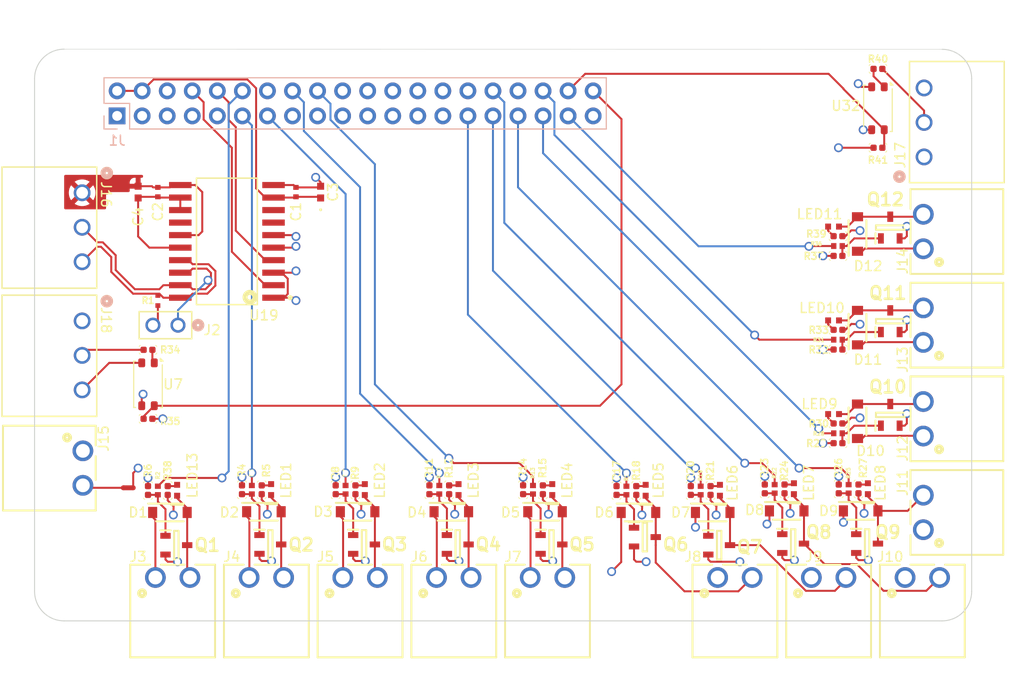
<source format=kicad_pcb>
(kicad_pcb (version 20240108) (generator "pcbnew") (generator_version "8.0")
  (title_block (date "15 nov 2012"))
  (layers (0 "F.Cu" signal) (1 "In1.Cu" power "GND PLANE") (2 "In2.Cu" power "POWER PLANE") (31 "B.Cu" signal) (34 "B.Paste" user) (35 "F.Paste" user) (36 "B.SilkS" user "B.Silkscreen") (37 "F.SilkS" user "F.Silkscreen") (38 "B.Mask" user) (39 "F.Mask" user) (44 "Edge.Cuts" user))
  (net 0 "")
  (net 1 "GND")
  (net 2 "/GPIO2{slash}SDA1")
  (net 3 "/GPIO3{slash}SCL1")
  (net 4 "/GPIO4{slash}GPCLK0")
  (net 5 "/GPIO14{slash}TXD0")
  (net 6 "/GPIO15{slash}RXD0")
  (net 7 "/GPIO17")
  (net 8 "/GPIO18{slash}PCM.CLK")
  (net 9 "/GPIO27")
  (net 10 "/GPIO22")
  (net 11 "/GPIO23")
  (net 12 "/GPIO24")
  (net 13 "/GPIO10{slash}SPI0.MOSI")
  (net 14 "/GPIO9{slash}SPI0.MISO")
  (net 15 "/GPIO25")
  (net 16 "/GPIO11{slash}SPI0.SCLK")
  (net 17 "/GPIO8{slash}SPI0.CE0")
  (net 18 "/GPIO7{slash}SPI0.CE1")
  (net 19 "/ID_SDA")
  (net 20 "/ID_SCL")
  (net 21 "/GPIO5")
  (net 22 "/GPIO6")
  (net 23 "/GPIO12{slash}PWM0")
  (net 24 "/GPIO13{slash}PWM1")
  (net 25 "/GPIO19{slash}PCM.FS")
  (net 26 "/GPIO16")
  (net 27 "/GPIO26")
  (net 28 "/GPIO20{slash}PCM.DIN")
  (net 29 "/GPIO21{slash}PCM.DOUT")
  (net 30 "+5V")
  (net 31 "+3V3")
  (net 32 "+24V")
  (net 33 "/Solenoid-Driver/SOL1")
  (net 34 "/Solenoid-Driver1/SOL1")
  (net 35 "/Solenoid-Driver2/SOL1")
  (net 36 "/Solenoid-Driver3/SOL1")
  (net 37 "/Solenoid-Driver4/SOL1")
  (net 38 "/Solenoid-Driver5/SOL1")
  (net 42 "Net-(U19-MODE)")
  (net 43 "GNDiso")
  (net 44 "Net-(J2-Pad2)")
  (net 45 "/RS485-Transceiver/RS485_P")
  (net 46 "/RS485-Transceiver/RS485_N")
  (net 47 "/Opto-Isolator/GPIO_24V")
  (net 48 "/Opto-Isolator1/GPIO_24V")
  (net 49 "Net-(LED13-Pad2)")
  (net 50 "BUS_GND")
  (net 51 "/Solenoid-Driver6/SOL1")
  (net 52 "/Solenoid-Driver7/SOL1")
  (net 53 "/Solenoid-Driver8/SOL1")
  (net 54 "/Solenoid-Driver9/SOL1")
  (net 55 "/Solenoid-Driver10/SOL1")
  (net 56 "/Solenoid-Driver11/SOL1")
  (net 57 "Net-(Q1-G)")
  (net 58 "Net-(LED1-Pad2)")
  (net 59 "Net-(LED2-Pad2)")
  (net 60 "Net-(LED3-Pad2)")
  (net 61 "Net-(LED4-Pad2)")
  (net 62 "Net-(LED5-Pad2)")
  (net 63 "Net-(LED6-Pad2)")
  (net 64 "Net-(LED7-Pad2)")
  (net 65 "Net-(LED8-Pad2)")
  (net 66 "Net-(LED9-Pad2)")
  (net 67 "Net-(LED10-Pad2)")
  (net 68 "Net-(LED11-Pad2)")
  (net 69 "Net-(Q2-G)")
  (net 70 "Net-(Q3-G)")
  (net 71 "Net-(Q4-G)")
  (net 72 "Net-(Q5-G)")
  (net 73 "Net-(Q6-G)")
  (net 74 "Net-(Q7-G)")
  (net 75 "Net-(Q8-G)")
  (net 76 "Net-(Q9-G)")
  (net 77 "Net-(Q10-G)")
  (net 78 "Net-(Q11-G)")
  (net 79 "Net-(Q12-G)")
  (net 80 "Net-(R34-Pad1)")
  (net 81 "Net-(R40-Pad1)")
  (footprint "G800W306018EU:CONN02_G800_5P08X2P5_AMP" (layer "F.Cu") (at 114.54 70 180)
    (property "Reference" "J2")
    (property "Value" "G800W306018EU")
  )
  (footprint "5988A1017F:LED_5988A10107F_DIA" (layer "F.Cu") (at 181 79.019583 180)
    (property "Reference" "LED9")
    (property "Value" "5988A10107F")
  )
  (footprint "RC0402JR_0710KL:R0402" (layer "F.Cu") (at 121.028489 86.699836)
    (property "Reference" "R4")
    (property "Value" "SMD-RES-10K-5_-1__0402_")
    (property "VALUE" "10K" (hide yes))
  )
  (footprint "1N4007W-T:SODFL3818X130N" (layer "F.Cu") (at 183.427967 60.75 90)
    (property "Reference" "D12")
    (property "Value" "1N4007W-T")
  )
  (footprint "691322110002:691322110002" (layer "F.Cu") (at 190 95.6)
    (property "Reference" "J10")
    (property "Value" "691322110002")
    (property "VALUE" "691322110002" (hide yes))
  )
  (footprint "5988A1017F:LED_5988A10107F_DIA" (layer "F.Cu") (at 142.980417 86.677967 90)
    (property "Reference" "LED3")
    (property "Value" "5988A10107F")
  )
  (footprint "OptoDevice:Panasonic_APV-AQY_SSOP-4_4.45x2.65mm_P1.27mm" (layer "F.Cu") (at 185.5 48 -90)
    (property "Reference" "U32")
    (property "Value" "AQY212EHAX")
  )
  (footprint "RC0402JR_0710KL:R0402" (layer "F.Cu") (at 181.449836 72.471511 90)
    (property "Reference" "R32")
    (property "Value" "SMD-RES-10K-5_-1__0402_")
    (property "VALUE" "10K" (hide yes))
  )
  (footprint "MountingHole:MountingHole_2.7mm_M2.5" (layer "F.Cu") (at 161.5 47.5)
    (property "Reference" "MH2" (hide yes))
    (property "Value" "MountingHole_2.7mm_M2.5" (hide yes))
  )
  (footprint "RC0402JR_0710KL:R0402" (layer "F.Cu") (at 132.528489 86.699836)
    (property "Reference" "R9")
    (property "Value" "SMD-RES-10K-5_-1__0402_")
    (property "VALUE" "10K" (hide yes))
  )
  (footprint "RC0402FR_07330RL:RESC1005X40N" (layer "F.Cu") (at 181.449836 71.471511)
    (property "Reference" "R31")
    (property "Value" "330")
  )
  (footprint "1N4007W-T:SODFL3818X130N" (layer "F.Cu") (at 123.25 88.927967)
    (property "Reference" "D2")
    (property "Value" "1N4007W-T")
  )
  (footprint "ERJ_PA2F1200X:RES_ERJPA2F1200X" (layer "F.Cu") (at 112.5 67.5 90)
    (property "Reference" "R1")
    (property "Value" "120ohm")
  )
  (footprint "NetTie:NetTie-2_SMD_Pad0.5mm" (layer "F.Cu") (at 109.5 86.5 180)
    (property "Reference" "NT2" (hide yes))
    (property "Value" "NetTie_1" (hide yes))
  )
  (footprint "KiCad:SOT95P230X110-3N" (layer "F.Cu") (at 161.872564 91.5)
    (property "Reference" "Q6")
    (property "Value" "2N7002NXAKR" (hide yes))
  )
  (footprint "5988A1017F:LED_5988A10107F_DIA" (layer "F.Cu") (at 114.451928 86.75 90)
    (property "Reference" "LED13")
    (property "Value" "5988A10107F")
  )
  (footprint "691322110002:691322110002" (layer "F.Cu") (at 180.5 95.6)
    (property "Reference" "J9")
    (property "Value" "691322110002")
    (property "VALUE" "691322110002" (hide yes))
  )
  (footprint "RC0402FR_07330RL:RESC1005X40N" (layer "F.Cu") (at 182.527436 86.612048 -90)
    (property "Reference" "R25")
    (property "Value" "330")
  )
  (footprint "RC0402JR_0710KL:R0402" (layer "F.Cu") (at 111.5 79.5 90)
    (property "Reference" "R35")
    (property "Value" "SMD-RES-10K-5_-1__0402_")
    (property "VALUE" "10K" (hide yes))
  )
  (footprint "RC0402JR_0710KL:R0402" (layer "F.Cu") (at 181.527436 86.612048)
    (property "Reference" "R26")
    (property "Value" "SMD-RES-10K-5_-1__0402_")
    (property "VALUE" "10K" (hide yes))
  )
  (footprint "RC0402JR_0710KL:R0402" (layer "F.Cu") (at 123.028489 86.699836)
    (property "Reference" "R5")
    (property "Value" "SMD-RES-10K-5_-1__0402_")
    (property "VALUE" "10K" (hide yes))
  )
  (footprint "footprints:DFM0020A-IPC_A" (layer "F.Cu") (at 119.5 61.5 180)
    (property "Reference" "U19")
    (property "Value" "ISOW1412DFM")
  )
  (footprint "KiCad:SOT95P230X110-3N" (layer "F.Cu") (at 133.401053 92.246556)
    (property "Reference" "Q3")
    (property "Value" "2N7002NXAKR" (hide yes))
  )
  (footprint "RC0402JR_0710KL:R0402" (layer "F.Cu") (at 181.449836 60.971511 90)
    (property "Reference" "R39")
    (property "Value" "SMD-RES-10K-5_-1__0402_")
    (property "VALUE" "10K" (hide yes))
  )
  (footprint "RC0402JR_0710KL:R0402" (layer "F.Cu") (at 140.028489 86.699836)
    (property "Reference" "R11")
    (property "Value" "SMD-RES-10K-5_-1__0402_")
    (property "VALUE" "10K" (hide yes))
  )
  (footprint "691322110002:691322110002" (layer "F.Cu") (at 190.1 60.5 90)
    (property "Reference" "J14")
    (property "Value" "691322110002")
    (property "VALUE" "691322110002" (hide yes))
  )
  (footprint "GRM155R61A:CAP_GRM155R61A106ME11_MUR" (layer "F.Cu") (at 129 56.5 90)
    (property "Reference" "C3")
    (property "Value" "10uF")
  )
  (footprint "1844223:CONN_1844223_PXC" (layer "F.Cu") (at 104.82359 56.567399 -90)
    (property "Reference" "J16")
    (property "Value" "1844223")
  )
  (footprint "5988A1017F:LED_5988A10107F_DIA" (layer "F.Cu") (at 176.980417 86.590179 90)
    (property "Reference" "LED7")
    (property "Value" "5988A10107F")
  )
  (footprint "KiCad:SOT95P230X110-3N" (layer "F.Cu") (at 169.401053 92.318589)
    (property "Reference" "Q7")
    (property "Value" "2N7002NXAKR" (hide yes))
  )
  (footprint "RC0402JR_0710KL:R0402" (layer "F.Cu") (at 149.528489 86.699836)
    (property "Reference" "R14")
    (property "Value" "SMD-RES-10K-5_-1__0402_")
    (property "VALUE" "10K" (hide yes))
  )
  (footprint "RC0402FR_07330RL:RESC1005X40N" (layer "F.Cu") (at 160 86.771869 -90)
    (property "Reference" "R16")
    (property "Value" "330")
  )
  (footprint "691322110002:691322110002" (layer "F.Cu") (at 133 95.6)
    (property "Reference" "J5")
    (property "Value" "691322110002")
    (property "VALUE" "691322110002" (hide yes))
  )
  (footprint "RC0402JR_0710KL:R0402" (layer "F.Cu") (at 111.5 72.5 -90)
    (property "Reference" "R34")
    (property "Value" "SMD-RES-10K-5_-1__0402_")
    (property "VALUE" "10K" (hide yes))
  )
  (footprint "RC0402FR_07330RL:RESC1005X40N" (layer "F.Cu") (at 122.028489 86.699836 -90)
    (property "Reference" "R3")
    (property "Value" "330")
  )
  (footprint "KiCad:SOT95P230X110-3N" (layer "F.Cu") (at 186.746556 69.598947 90)
    (property "Reference" "Q11")
    (property "Value" "2N7002NXAKR" (hide yes))
  )
  (footprint "5988A1017F:LED_5988A10107F_DIA" (layer "F.Cu") (at 181 60 180)
    (property "Reference" "LED11")
    (property "Value" "5988A10107F")
  )
  (footprint "1N4007W-T:SODFL3818X130N" (layer "F.Cu") (at 151.75 88.927967)
    (property "Reference" "D5")
    (property "Value" "1N4007W-T")
  )
  (footprint "691322110002:691322110002" (layer "F.Cu") (at 123.5 95.6)
    (property "Reference" "J4")
    (property "Value" "691322110002")
    (property "VALUE" "691322110002" (hide yes))
  )
  (footprint "1N4007W-T:SODFL3818X130N" (layer "F.Cu") (at 142.25 88.927967)
    (property "Reference" "D4")
    (property "Value" "1N4007W-T")
  )
  (footprint "RC0402JR_0710KL:R0402" (layer "F.Cu") (at 181.449836 79.971511 90)
    (property "Reference" "R30")
    (property "Value" "SMD-RES-10K-5_-1__0402_")
    (property "VALUE" "10K" (hide yes))
  )
  (footprint "691322110002:691322110002" (layer "F.Cu") (at 190.1 89 90)
    (property "Reference" "J11")
    (property "Value" "691322110002")
    (property "VALUE" "691322110002" (hide yes))
  )
  (footprint "KiCad:SOT95P230X110-3N" (layer "F.Cu") (at 186.746556 60.098947 90)
    (property "Reference" "Q12")
    (property "Value" "2N7002NXAKR" (hide yes))
  )
  (footprint "RC0402JR_0710KL:R0402" (layer "F.Cu") (at 151.528489 86.699836)
    (property "Reference" "R15")
    (property "Value" "SMD-RES-10K-5_-1__0402_")
    (property "VALUE" "10K" (hide yes))
  )
  (footprint "RC0402JR_0710KL:R0402" (layer "F.Cu") (at 161 86.771869)
    (property "Reference" "R18")
    (property "Value" "SMD-RES-10K-5_-1__0402_")
    (property "VALUE" "10K" (hide yes))
  )
  (footprint "KiCad:SOT95P230X110-3N" (layer "F.Cu") (at 152.401053 92.246556)
    (property "Reference" "Q5")
    (property "Value" "2N7002NXAKR" (hide yes))
  )
  (footprint "1844223:CONN_1844223_PXC" (layer "F.Cu") (at 104.82359 69.567399 -90)
    (property "Reference" "J18")
    (property "Value" "1844223")
  )
  (footprint "RC0402JR_0710KL:R0402" (layer "F.Cu") (at 176.028489 86.612048)
    (property "Reference" "R24")
    (property "Value" "SMD-RES-10K-5_-1__0402_")
    (property "VALUE" "10K" (hide yes))
  )
  (footprint "C0402C103K3REC7411:CAPC10555_55N_KEM" (layer "F.Cu") (at 126.5 56.5 90)
    (property "Reference" "C1")
    (property "Value" "10nF")
  )
  (footprint "C0402C103K3REC7411:CAPC10555_55N_KEM" (layer "F.Cu") (at 112.5 56.5 90)
    (property "Reference" "C2")
    (property "Value" "10nF")
  )
  (footprint "RC0402JR_0710KL:R0402" (layer "F.Cu") (at 111.5 86.771869)
    (property "Reference" "R6")
    (property "Value" "SMD-RES-10K-5_-1__0402_")
    (property "VALUE" "10K" (hide yes))
  )
  (footprint "691322110002:691322110002" (layer "F.Cu") (at 190.1 79.5 90)
    (property "Reference" "J12")
    (property "Value" "691322110002")
    (property "VALUE" "691322110002" (hide yes))
  )
  (footprint "RC0402FR_07330RL:RESC1005X40N" (layer "F.Cu") (at 181.449836 61.971511)
    (property "Reference" "R36")
    (property "Value" "330")
  )
  (footprint "691322110002:691322110002" (layer "F.Cu") (at 152 95.6)
    (property "Reference" "J7")
    (property "Value" "691322110002")
    (property "VALUE" "691322110002" (hide yes))
  )
  (footprint "KiCad:SOT95P230X110-3N" (layer "F.Cu") (at 184.4 92.158768)
    (property "Reference" "Q9")
    (property "Value" "2N7002NXAKR" (hide yes))
  )
  (footprint "MountingHole:MountingHole_2.7mm_M2.5" (layer "F.Cu") (at 103.5 96.5)
    (property "Reference" "MH3" (hide yes))
    (property "Value" "MountingHole_2.7mm_M2.5" (hide yes))
  )
  (footprint "1N4007W-T:SODFL3818X130N" (layer "F.Cu") (at 113.721511 89)
    (property "Reference" "D1")
    (property "Value" "1N4007W-T")
  )
  (footprint "MountingHole:MountingHole_2.7mm_M2.5" (layer "F.Cu") (at 103.5 47.5)
    (property "Reference" "MH1" (hide yes))
    (property "Value" "MountingHole_2.7mm_M2.5" (hide yes))
  )
  (footprint "KiCad:SOT95P230X110-3N" (layer "F.Cu") (at 123.901053 92.246556)
    (property "Reference" "Q2")
    (property "Value" "2N7002NXAKR" (hide yes))
  )
  (footprint "RC0402FR_07330RL:RESC1005X40N" (layer "F.Cu") (at 150.528489 86.699836 -90)
    (property "Reference" "R13")
    (property "Value" "330")
  )
  (footprint "KiCad:SOT95P230X110-3N" (layer "F.Cu") (at 142.901053 92.246556)
    (property "Reference" "Q4")
    (property "Value" "2N7002NXAKR" (hide yes))
  )
  (footprint "RC0402JR_0710KL:R0402" (layer "F.Cu") (at 181.449836 81.971511 90)
    (property "Reference" "R29")
    (property "Value" "SMD-RES-10K-5_-1__0402_")
    (property "VALUE" "10K" (hide yes))
  )
  (footprint "RC0402JR_0710KL:R0402" (layer "F.Cu") (at 130.528489 86.699836)
    (property "Reference" "R8")
    (property "Value" "SMD-RES-10K-5_-1__0402_")
    (property "VALUE" "10K" (hide yes))
  )
  (footprint "RC0402FR_07330RL:RESC1005X40N" (layer "F.Cu") (at 131.528489 86.699836 -90)
    (property "Reference" "R7")
    (property "Value" "330")
  )
  (footprint "1N4007W-T:SODFL3818X130N" (layer "F.Cu") (at 168.75 89)
    (property "Reference" "D7")
    (property "Value" "1N4007W-T")
  )
  (footprint "RC0402JR_0710KL:R0402" (layer "F.Cu") (at 142.028489 86.699836)
    (property "Reference" "R12")
    (property "Value" "SMD-RES-10K-5_-1__0402_")
    (property "VALUE" "10K" (hide yes))
  )
  (footprint "5988A1017F:LED_5988A10107F_DIA" (layer "F.Cu") (at 184.479364 86.590179 90)
    (property "Reference" "LED8")
    (property "Value" "5988A10107F")
  )
  (footprint "RC0402JR_0710KL:R0402" (layer "F.Cu") (at 113.5 86.771869)
    (property "Reference" "R38")
    (property "Value" "SMD-RES-10K-5_-1__0402_")
    (property "VALUE" "10K" (hide yes))
  )
  (footprint "5988A1017F:LED_5988A10107F_DIA" (layer "F.Cu") (at 169.480417 86.75 90)
    (property "Reference" "LED6")
    (property "Value" "5988A10107F")
  )
  (footprint "1N4007W-T:SODFL3818X130N" (layer "F.Cu") (at 183.748947 88.840179)
    (property "Reference" "D9")
    (property "Value" "1N4007W-T")
  )
  (footprint "691322110002:691322110002" (layer "F.Cu") (at 171 95.6)
    (property "Reference" "J8")
    (property "Value" "691322110002")
    (property "VALUE" "691322110002" (hide yes))
  )
  (footprint "RC0402FR_07330RL:RESC1005X40N" (layer "F.Cu") (at 141.028489 86.699836 -90)
    (property "Reference" "R10")
    (property "Value" "330")
  )
  (footprint "RC0402FR_07330RL:RESC1005X40N" (layer "F.Cu") (at 175.028489 86.612048 -90)
    (property "Reference" "R22")
    (property "Value" "330")
  )
  (footprint "691322110002:691322110002" (layer "F.Cu") (at 142.5 95.6)
    (property "Reference" "J6")
    (property "Value" "691322110002")
    (property "VALUE" "691322110002" (hide yes))
  )
  (footprint "5988A1017F:LED_5988A10107F_DIA" (layer "F.Cu") (at 161.951928 86.75 90)
    (property "Reference" "LED5")
    (property "Value" "5988A10107F")
  )
  (footprint "1N4007W-T:SODFL3818X130N" (layer "F.Cu") (at 132.75 88.927967)
    (property "Reference" "D3")
    (property "Value" "1N4007W-T")
  )
  (footprint "RC0402FR_07330RL:RESC1005X40N" (layer "F.Cu") (at 167.528489 86.771869 -90)
    (property "Reference" "R19")
    (property "Value" "330")
  )
  (footprint "691322110002:691322110002" (layer "F.Cu") (at 190.1 70 90)
    (property "Reference" "J13")
    (property "Value" "691322110002")
    (property "VALUE" "691322110002" (hide yes))
  )
  (footprint "KiCad:SOT95P230X110-3N" (layer "F.Cu") (at 114.372564 92.318589)
    (property "Reference" "Q1")
    (property "Value" "2N7002NXAKR" (hide yes))
  )
  (footprint "RC0402JR_0710KL:R0402" (layer "F.Cu") (at 181.449836 62.971511 90)
    (property "Reference" "R37")
    (property "Value" "SMD-RES-10K-5_-1__0402_")
    (property "VALUE" "10K" (hide yes))
  )
  (footprint "RC0402JR_0710KL:R0402" (layer "F.Cu") (at 174.028489 86.612048)
    (property "Reference" "R23")
    (property "Value" "SMD-RES-10K-5_-1__0402_")
    (property "VALUE" "10K" (hide yes))
  )
  (footprint "RC0402JR_0710KL:R0402" (layer "F.Cu") (at 166.528489 86.771869)
    (property "Reference" "R20")
    (property "Value" "SMD-RES-10K-5_-1__0402_")
    (property "VALUE" "10K" (hide yes))
  )
  (footprint "5988A1017F:LED_5988A10107F_DIA" (layer "F.Cu") (at 133.480417 86.677967 90)
    (property "Reference" "LED2")
    (property "Value" "5988A10107F")
  )
  (footprint "MountingHole:MountingHole_2.7mm_M2.5" (layer "F.Cu") (at 161.5 96.5)
    (property "Reference" "MH4" (hide yes))
    (property "Value" "MountingHole_2.7mm_M2.5" (hide yes))
  )
  (footprint "1844223:CONN_1844223_PXC" (layer "F.Cu") (at 190.17641 52.932601 90)
    (property "Reference" "J17")
    (property "Value" "1844223")
  )
  (footprint "1N4007W-T:SODFL3818X130N" (layer "F.Cu") (at 183.427967 79.75 90)
    (property "Reference" "D10")
    (property "Value" "1N4007W-T")
  )
  (footprint "RC0402JR_0710KL:R0402" (layer "F.Cu") (at 183.527436 86.612048)
    (property "Reference" "R27")
    (property "Value" "SMD-RES-10K-5_-1__0402_")
    (property "VALUE" "10K" (hide yes))
  )
  (footprint "691322110002:691322110002" (layer "F.Cu") (at 104.9 84.5 -90)
    (property "Reference" "J15")
    (property "Value" "691322110002" (hide yes))
    (property "VALUE" "691322110002" (hide yes))
  )
  (footprint "RC0402JR_0710KL:R0402" (layer "F.Cu") (at 168.528489 86.771869)
    (property "Reference" "R21")
    (property "Value" "SMD-RES-10K-5_-1__0402_")
    (property "VALUE" "10K" (hide yes))
  )
  (footprint "RC0402JR_0710KL:R0402" (layer "F.Cu") (at 181.449836 70.471511 90)
    (property "Reference" "R33")
    (property "Value" "SMD-RES-10K-5_-1__0402_")
    (property "VALUE" "10K" (hide yes))
  )
  (footprint "5988A1017F:LED_5988A10107F_DIA" (layer "F.Cu") (at 181 69.519583 180)
    (property "Reference" "LED10")
    (property "Value" "5988A10107F")
  )
  (footprint "KiCad:SOT95P230X110-3N" (layer "F.Cu") (at 176.901053 92.158768)
    (property "Reference" "Q8")
    (property "Value" "2N7002NXAKR" (hide yes))
  )
  (footprint "1N4007W-T:SODFL3818X130N" (layer "F.Cu") (at 176.25 88.840179)
    (property "Reference" "D8")
    (property "Value" "1N4007W-T")
  )
  (footprint "5988A1017F:LED_5988A10107F_DIA" (layer "F.Cu") (at 123.980417 86.677967 90)
    (property "Reference" "LED1")
    (property "Value" "5988A10107F")
  )
  (footprint "1N4007W-T:SODFL3818X130N" (layer "F.Cu") (at 183.427967 70.25 90)
    (property "Reference" "D11")
    (property "Value" "1N4007W-T")
  )
  (footprint "GRM155R61A:CAP_GRM155R61A106ME11_MUR" (layer "F.Cu") (at 110.5 56.5 90)
    (property "Reference" "C4")
    (property "Value" "10uF")
  )
  (footprint "RC0402JR_0710KL:R0402" (layer "F.Cu") (at 185.5 44 90)
    (property "Reference" "R40")
    (property "Value" "SMD-RES-10K-5_-1__0402_")
    (property "VALUE" "10K" (hide yes))
  )
  (footprint "691322110002:691322110002" (layer "F.Cu") (at 114 95.6)
    (property "Reference" "J3")
    (property "Value" "691322110002")
    (property "VALUE" "691322110002" (hide yes))
  )
  (footprint "RC0402FR_07330RL:RESC1005X40N" (layer "F.Cu") (at 112.5 86.771869 -90)
    (property "Reference" "R2")
    (property "Value" "330")
  )
  (footprint "RC0402JR_0710KL:R0402" (layer "F.Cu") (at 159 86.771869)
    (property "Reference" "R17")
    (property "Value" "SMD-RES-10K-5_-1__0402_")
    (property "VALUE" "10K" (hide yes))
  )
  (footprint "5988A1017F:LED_5988A10107F_DIA" (layer "F.Cu") (at 152.480417 86.677967 90)
    (property "Reference" "LED4")
    (property "Value" "5988A10107F")
  )
  (footprint "KiCad:SOT95P230X110-3N" (layer "F.Cu") (at 186.746556 79.098947 90)
    (property "Reference" "Q10")
    (property "Value" "2N7002NXAKR" (hide yes))
  )
  (footprint "1N4007W-T:SODFL3818X130N" (layer "F.Cu") (at 161.221511 89)
    (property "Reference" "D6")
    (property "Value" "1N4007W-T")
  )
  (footprint "RC0402FR_07330RL:RESC1005X40N" (layer "F.Cu") (at 181.449836 80.971511)
    (property "Reference" "R28")
    (property "Value" "330")
  )
  (footprint "OptoDevice:Panasonic_APV-AQY_SSOP-4_4.45x2.65mm_P1.27mm" (layer "F.Cu") (at 111.5 76 -90)
    (property "Reference" "U7")
    (property "Value" "AQY212EHAX")
  )
  (footprint "RC0402JR_0710KL:R0402" (layer "F.Cu") (at 185.5 52 -90)
    (property "Reference" "R41")
    (property "Value" "SMD-RES-10K-5_-1__0402_")
    (property "VALUE" "10K" (hide yes))
  )
  (footprint "Connector_PinSocket_2.54mm:PinSocket_2x20_P2.54mm_Vertical" (layer "B.Cu") (at 108.37 48.77 -90)
    (property "Reference" "J1")
    (property "Value" "GPIO")
  )
  (gr_line (start 103 42) (end 192.002249 42.01554) (stroke (width 0.05)) (layer "Edge.Cuts"))
  (gr_line (start 195 97) (end 195 45) (stroke (width 0.1)) (layer "Edge.Cuts"))
  (gr_line (start 100 45) (end 100 63) (stroke (width 0.1)) (layer "Edge.Cuts"))
  (gr_arc (start 100 45) (mid 100.87868 42.87868) (end 103 42) (stroke (width 0.1)) (layer "Edge.Cuts"))
  (gr_arc (start 103 100) (mid 100.87868 99.12132) (end 100 97) (stroke (width 0.1)) (layer "Edge.Cuts"))
  (gr_line (start 103 100) (end 192 100) (stroke (width 0.1)) (layer "Edge.Cuts"))
  (gr_arc (start 192.002249 42.01554) (mid 194.120351 42.88645) (end 195.002249 45) (stroke (width 0.1)) (layer "Edge.Cuts"))
  (gr_arc (start 195 97) (mid 194.12132 99.12132) (end 192 100) (stroke (width 0.1)) (layer "Edge.Cuts"))
  (gr_line (start 100 63) (end 100 97) (stroke (width 0.1)) (layer "Edge.Cuts"))
  (segment (start 184 50.175) (end 184.865 50.175) (width 0.2) (layer "F.Cu") (net 1))
  (segment (start 126.365 62.135) (end 126.5 62) (width 0.2) (layer "F.Cu") (net 1))
  (segment (start 110.865 78.175) (end 110.865 77.135) (width 0.2) (layer "F.Cu") (net 1))
  (segment (start 126.5 56.023401) (end 128.879699 56.023401) (width 0.2) (layer "F.Cu") (net 1))
  (segment (start 129 55.5) (end 128.5 55) (width 0.2) (layer "F.Cu") (net 1))
  (segment (start 181.527436 86.167548) (end 181.527436 85.340179) (width 0.2) (layer "F.Cu") (net 1))
  (segment (start 149.528489 86.255336) (end 149.528489 85.427967) (width 0.2) (layer "F.Cu") (net 1))
  (segment (start 121.028489 86.255336) (end 121.028489 85.427967) (width 0.2) (layer "F.Cu") (net 1))
  (segment (start 126.261599 55.785) (end 126.5 56.023401) (width 0.2) (layer "F.Cu") (net 1))
  (segment (start 181.005336 62.971511) (end 179.927967 62.971511) (width 0.2) (layer "F.Cu") (net 1))
  (segment (start 166.528489 86.327369) (end 166.528489 85.5) (width 0.2) (layer "F.Cu") (net 1))
  (segment (start 124.225149 55.785) (end 126.261599 55.785) (width 0.2) (layer "F.Cu") (net 1))
  (segment (start 159 86.327369) (end 159 85.5) (width 0.2) (layer "F.Cu") (net 1))
  (segment (start 130.528489 86.255336) (end 130.528489 85.427967) (width 0.2) (layer "F.Cu") (net 1))
  (segment (start 128.879699 56.023401) (end 129 55.9031) (width 0.2) (layer "F.Cu") (net 1))
  (segment (start 110.865 77.135) (end 111 77) (width 0.2) (layer "F.Cu") (net 1))
  (segment (start 126.365 60.865) (end 126.5 61) (width 0.2) (layer "F.Cu") (net 1))
  (segment (start 111.5 86.327369) (end 111.5 85.5) (width 0.2) (layer "F.Cu") (net 1))
  (segment (start 110 85) (end 110.5 84.5) (width 0.2) (layer "F.Cu") (net 1))
  (segment (start 110 86.5) (end 110 85) (width 0.2) (layer "F.Cu") (net 1))
  (segment (start 181.005336 81.971511) (end 179.927967 81.971511) (width 0.2) (layer "F.Cu") (net 1))
  (segment (start 129 55.9031) (end 129 55.5) (width 0.2) (layer "F.Cu") (net 1))
  (segment (start 174.028489 86.167548) (end 174.028489 85.340179) (width 0.2) (layer "F.Cu") (net 1))
  (segment (start 124.225149 60.865) (end 126.365 60.865) (width 0.2) (layer "F.Cu") (net 1))
  (segment (start 124.225149 62.135) (end 126.365 62.135) (width 0.2) (layer "F.Cu") (net 1))
  (segment (start 140.028489 85.427967) (end 140.028489 86.255336) (width 0.2) (layer "F.Cu") (net 1))
  (segment (start 181.005336 72.471511) (end 179.927967 72.471511) (width 0.2) (layer "F.Cu") (net 1))
  (via (at 111.5 85.5) (size 0.9) (drill 0.6) (layers "F.Cu" "B.Cu") (net 1))
  (via (at 179.927967 81.971511) (size 0.9) (drill 0.6) (layers "F.Cu" "B.Cu") (net 1))
  (via (at 166.528489 85.5) (size 0.9) (drill 0.6) (layers "F.Cu" "B.Cu") (net 1))
  (via (at 111 77) (size 0.9) (drill 0.6) (layers "F.Cu" "B.Cu") (net 1))
  (via (at 140.028489 85.427967) (size 0.9) (drill 0.6) (layers "F.Cu" "B.Cu") (net 1))
  (via (at 179.927967 62.971511) (size 0.9) (drill 0.6) (layers "F.Cu" "B.Cu") (net 1))
  (via (at 179.927967 72.471511) (size 0.9) (drill 0.6) (layers "F.Cu" "B.Cu") (net 1))
  (via (at 121.028489 85.427967) (size 0.9) (drill 0.6) (layers "F.Cu" "B.Cu") (net 1))
  (via (at 128.5 55) (size 0.9) (drill 0.6) (layers "F.Cu" "B.Cu") (net 1))
  (via (at 110.5 84.5) (size 0.9) (drill 0.6) (layers "F.Cu" "B.Cu") (net 1))
  (via (at 174.028489 85.340179) (size 0.9) (drill 0.6) (layers "F.Cu" "B.Cu") (net 1))
  (via (at 184 50.175) (size 0.9) (drill 0.6) (layers "F.Cu" "B.Cu") (net 1))
  (via (at 181.527436 85.340179) (size 0.9) (drill 0.6) (layers "F.Cu" "B.Cu") (net 1))
  (via (at 159 85.5) (size 0.9) (drill 0.6) (layers "F.Cu" "B.Cu") (net 1))
  (via (at 149.528489 85.427967) (size 0.9) (drill 0.6) (layers "F.Cu" "B.Cu") (net 1))
  (via (at 126.5 61) (size 0.9) (drill 0.6) (layers "F.Cu" "B.Cu") (net 1))
  (via (at 130.528489 85.427967) (size 0.9) (drill 0.6) (layers "F.Cu" "B.Cu") (net 1))
  (via (at 126.5 62) (size 0.9) (drill 0.6) (layers "F.Cu" "B.Cu") (net 1))
  (segment (start 120 52) (end 117.14 49.14) (width 0.2) (layer "F.Cu") (net 5))
  (segment (start 123.394476 65.945) (end 120 62.550524) (width 0.2) (layer "F.Cu") (net 5))
  (segment (start 120 62.550524) (end 120 52) (width 0.2) (layer "F.Cu") (net 5))
  (segment (start 124.225149 65.945) (end 123.394476 65.945) (width 0.2) (layer "F.Cu") (net 5))
  (segment (start 117.14 47.38) (end 115.99 46.23) (width 0.2) (layer "F.Cu") (net 5))
  (segment (start 117.14 49.14) (end 117.14 47.38) (width 0.2) (layer "F.Cu") (net 5))
  (segment (start 123.394476 63.405) (end 120.4 60.410524) (width 0.2) (layer "F.Cu") (net 6))
  (segment (start 120.4 60.410524) (end 120.4 49.9) (width 0.2) (layer "F.Cu") (net 6))
  (segment (start 119.68 49.18) (end 119.68 47.38) (width 0.2) (layer "F.Cu") (net 6))
  (segment (start 124.225149 63.405) (end 123.394476 63.405) (width 0.2) (layer "F.Cu") (net 6))
  (segment (start 120.4 49.9) (end 119.68 49.18) (width 0.2) (layer "F.Cu") (net 6))
  (segment (start 119.68 47.38) (end 118.53 46.23) (width 0.2) (layer "F.Cu") (net 6))
  (segment (start 122.028489 84.991175) (end 122.035146 84.984518) (width 0.2) (layer "F.Cu") (net 7))
  (segment (start 122.028489 86.267836) (end 122.028489 84.991175) (width 0.2) (layer "F.Cu") (net 7))
  (via (at 122.035146 84.984518) (size 0.9) (drill 0.6) (layers "F.Cu" "B.Cu") (net 7))
  (segment (start 122.035146 84.984518) (end 122.035146 49.735146) (width 0.2) (layer "B.Cu") (net 7))
  (segment (start 122.035146 49.735146) (end 121.07 48.77) (width 0.2) (layer "B.Cu") (net 7))
  (segment (start 119 85.5) (end 113.339869 85.5) (width 0.2) (layer "F.Cu") (net 8))
  (segment (start 113.339869 85.5) (end 112.5 86.339869) (width 0.2) (layer "F.Cu") (net 8))
  (via (at 119 85.5) (size 0.9) (drill 0.6) (layers "F.Cu" "B.Cu") (net 8))
  (segment (start 119.68 47.62) (end 119.68 84.82) (width 0.2) (layer "B.Cu") (net 8))
  (segment (start 119.68 84.82) (end 119 85.5) (width 0.2) (layer "B.Cu") (net 8))
  (segment (start 121.07 46.23) (end 119.68 47.62) (width 0.2) (layer "B.Cu") (net 8))
  (segment (start 131.528489 86.267836) (end 131.528489 84.991175) (width 0.2) (layer "F.Cu") (net 9))
  (segment (start 131.528489 84.991175) (end 131.535146 84.984518) (width 0.2) (layer "F.Cu") (net 9))
  (via (at 131.535146 84.984518) (size 0.9) (drill 0.6) (layers "F.Cu" "B.Cu") (net 9))
  (segment (start 131.535146 84.984518) (end 131.535146 56.695146) (width 0.2) (layer "B.Cu") (net 9))
  (segment (start 131.535146 56.695146) (end 123.61 48.77) (width 0.2) (layer "B.Cu") (net 9))
  (segment (start 141.035146 84.984518) (end 141.035146 86.261179) (width 0.2) (layer "F.Cu") (net 11))
  (segment (start 141.028489 84.991175) (end 141.035146 84.984518) (width 0.2) (layer "F.Cu") (net 11))
  (segment (start 141.035146 86.261179) (end 141.028489 86.267836) (width 0.2) (layer "F.Cu") (net 11))
  (via (at 141.035146 84.984518) (size 0.9) (drill 0.6) (layers "F.Cu" "B.Cu") (net 11))
  (segment (start 141.035146 84.984518) (end 133 76.949372) (width 0.2) (layer "B.Cu") (net 11))
  (segment (start 127.3 50.3) (end 127.3 47.38) (width 0.2) (layer "B.Cu") (net 11))
  (segment (start 133 56) (end 127.3 50.3) (width 0.2) (layer "B.Cu") (net 11))
  (segment (start 133 76.949372) (end 133 56) (width 0.2) (layer "B.Cu") (net 11))
  (segment (start 127.3 47.38) (end 126.15 46.23) (width 0.2) (layer "B.Cu") (net 11))
  (segment (start 142 83.5) (end 142.48982 83.98982) (width 0.2) (layer "F.Cu") (net 12))
  (segment (start 150.528489 86.267836) (end 150.528489 85.367306) (width 0.2) (layer "F.Cu") (net 12))
  (segment (start 142.48982 83.98982) (end 149.151003 83.98982) (width 0.2) (layer "F.Cu") (net 12))
  (segment (start 149.151003 83.98982) (end 150.528489 85.367306) (width 0.2) (layer "F.Cu") (net 12))
  (via (at 142 83.5) (size 0.9) (drill 0.6) (layers "F.Cu" "B.Cu") (net 12))
  (segment (start 134.5 76) (end 134.5 53.666346) (width 0.2) (layer "B.Cu") (net 12))
  (segment (start 130 49.166346) (end 130 47.54) (width 0.2) (layer "B.Cu") (net 12))
  (segment (start 130 47.54) (end 128.69 46.23) (width 0.2) (layer "B.Cu") (net 12))
  (segment (start 142 83.5) (end 134.5 76) (width 0.2) (layer "B.Cu") (net 12))
  (segment (start 134.5 53.666346) (end 130 49.166346) (width 0.2) (layer "B.Cu") (net 12))
  (segment (start 160 86.339869) (end 160 85) (width 0.2) (layer "F.Cu") (net 21))
  (via (at 160 85) (size 0.9) (drill 0.6) (layers "F.Cu" "B.Cu") (net 21))
  (segment (start 143.93 68.93) (end 143.93 48.77) (width 0.2) (layer "B.Cu") (net 21))
  (segment (start 160 85) (end 143.93 68.93) (width 0.2) (layer "B.Cu") (net 21))
  (segment (start 167.528489 85.028489) (end 167 84.5) (width 0.2) (layer "F.Cu") (net 22))
  (segment (start 167.528489 86.339869) (end 167.528489 85.028489) (width 0.2) (layer "F.Cu") (net 22))
  (via (at 167 84.5) (size 0.9) (drill 0.6) (layers "F.Cu" "B.Cu") (net 22))
  (segment (start 166.5 84.5) (end 146.47 64.47) (width 0.2) (layer "B.Cu") (net 22))
  (segment (start 167 84.5) (end 166.5 84.5) (width 0.2) (layer "B.Cu") (net 22))
  (segment (start 146.47 64.47) (end 146.47 48.77) (width 0.2) (layer "B.Cu") (net 22))
  (segment (start 173.748971 84) (end 172 84) (width 0.2) (layer "F.Cu") (net 23))
  (segment (start 175.028489 85.279518) (end 175.028489 86.180048) (width 0.2) (layer "F.Cu") (net 23))
  (segment (start 175.028489 85.279518) (end 173.748971 84) (width 0.2) (layer "F.Cu") (net 23))
  (via (at 172 84) (size 0.9) (drill 0.6) (layers "F.Cu" "B.Cu") (net 23))
  (segment (start 147.62 47.38) (end 146.47 46.23) (width 0.2) (layer "B.Cu") (net 23))
  (segment (start 147.62 59.62) (end 147.62 47.38) (width 0.2) (layer "B.Cu") (net 23))
  (segment (start 172 84) (end 147.62 59.62) (width 0.2) (layer "B.Cu") (net 23))
  (segment (start 181.747918 84.5) (end 177.5 84.5) (width 0.2) (layer "F.Cu") (net 24))
  (segment (start 182.527436 86.180048) (end 182.527436 85.279518) (width 0.2) (layer "F.Cu") (net 24))
  (segment (start 182.527436 85.279518) (end 181.747918 84.5) (width 0.2) (layer "F.Cu") (net 24))
  (via (at 177.5 84.5) (size 0.9) (drill 0.6) (layers "F.Cu" "B.Cu") (net 24))
  (segment (start 177.5 84.5) (end 149.01 56.01) (width 0.2) (layer "B.Cu") (net 24))
  (segment (start 149.01 56.01) (end 149.01 48.77) (width 0.2) (layer "B.Cu") (net 24))
  (segment (start 181.017836 80.971511) (end 179.971511 80.971511) (width 0.2) (layer "F.Cu") (net 25))
  (segment (start 179.971511 80.971511) (end 179.5 80.5) (width 0.2) (layer "F.Cu") (net 25))
  (via (at 179.5 80.5) (size 0.9) (drill 0.6) (layers "F.Cu" "B.Cu") (net 25))
  (segment (start 179.5 80.5) (end 151.55 52.55) (width 0.2) (layer "B.Cu") (net 25))
  (segment (start 151.55 52.55) (end 151.55 48.77) (width 0.2) (layer "B.Cu") (net 25))
  (segment (start 173.471511 71.471511) (end 173 71) (width 0.2) (layer "F.Cu") (net 26))
  (segment (start 181.017836 71.471511) (end 173.471511 71.471511) (width 0.2) (layer "F.Cu") (net 26))
  (via (at 173 71) (size 0.9) (drill 0.6) (layers "F.Cu" "B.Cu") (net 26))
  (segment (start 152.7 47.38) (end 151.55 46.23) (width 0.2) (layer "B.Cu") (net 26))
  (segment (start 173 71) (end 152.7 50.7) (width 0.2) (layer "B.Cu") (net 26))
  (segment (start 152.7 50.7) (end 152.7 47.38) (width 0.2) (layer "B.Cu") (net 26))
  (segment (start 178.528489 61.971511) (end 178.5 62) (width 0.2) (layer "F.Cu") (net 27))
  (segment (start 181.017836 61.971511) (end 178.528489 61.971511) (width 0.2) (layer "F.Cu") (net 27))
  (via (at 178.5 62) (size 0.9) (drill 0.6) (layers "F.Cu" "B.Cu") (net 27))
  (segment (start 178.5 62) (end 167.32 62) (width 0.2) (layer "B.Cu") (net 27))
  (segment (start 167.32 62) (end 154.09 48.77) (width 0.2) (layer "B.Cu") (net 27))
  (segment (start 186.135 51.8095) (end 185.9445 52) (width 0.2) (layer "F.Cu") (net 28))
  (segment (start 180.5 44.5) (end 155.82 44.5) (width 0.2) (layer "F.Cu") (net 28))
  (segment (start 182.01 46.01) (end 180.5 44.5) (width 0.2) (layer "F.Cu") (net 28))
  (segment (start 186.135 50.175) (end 182.01 46.05) (width 0.2) (layer "F.Cu") (net 28))
  (segment (start 182.01 46.05) (end 182.01 46.01) (width 0.2) (layer "F.Cu") (net 28))
  (segment (start 155.82 44.5) (end 154.09 46.23) (width 0.2) (layer "F.Cu") (net 28))
  (segment (start 186.135 50.175) (end 186.135 51.8095) (width 0.2) (layer "F.Cu") (net 28))
  (segment (start 159.5 49.1) (end 156.63 46.23) (width 0.2) (layer "F.Cu") (net 29))
  (segment (start 111.0555 79.5) (end 111.0555 79.2545) (width 0.2) (layer "F.Cu") (net 29))
  (segment (start 112.135 78.175) (end 157.325 78.175) (width 0.2) (layer "F.Cu") (net 29))
  (segment (start 159.5 76) (end 159.5 49.1) (width 0.2) (layer "F.Cu") (net 29))
  (segment (start 157.325 78.175) (end 159.5 76) (width 0.2) (layer "F.Cu") (net 29))
  (segment (start 111.0555 79.2545) (end 112.135 78.175) (width 0.2) (layer "F.Cu") (net 29))
  (segment (start 124.225149 57.055) (end 126.421599 57.055) (width 0.2) (layer "F.Cu") (net 30))
  (segment (start 123.394476 57.055) (end 122.46 56.120524) (width 0.2) (layer "F.Cu") (net 30))
  (segment (start 110.91 46.23) (end 112.06 45.08) (width 0.2) (layer "F.Cu") (net 30))
  (segment (start 122.46 45.96) (end 121.58 45.08) (width 0.2) (layer "F.Cu") (net 30))
  (segment (start 126.5 56.976599) (end 128.879699 56.976599) (width 0.2) (layer "F.Cu") (net 30))
  (segment (start 126.421599 57.055) (end 126.5 56.976599) (width 0.2) (layer "F.Cu") (net 30))
  (segment (start 121.58 45.08) (end 112.06 45.08) (width 0.2) (layer "F.Cu") (net 30))
  (segment (start 128.879699 56.976599) (end 129 57.0969) (width 0.2) (layer "F.Cu") (net 30))
  (segment (start 122.46 56.120524) (end 122.46 45.96) (width 0.2) (layer "F.Cu") (net 30))
  (segment (start 108.37 46.23) (end 110.91 46.23) (width 0.2) (layer "F.Cu") (net 30))
  (segment (start 124.225149 57.055) (end 123.394476 57.055) (width 0.2) (layer "F.Cu") (net 30))
  (segment (start 125.666888 65.286066) (end 125.055822 64.675) (width 0.2) (layer "F.Cu") (net 31))
  (segment (start 185.0555 52) (end 181.5 52) (width 0.2) (layer "F.Cu") (net 31))
  (segment (start 124.225149 67.215) (end 126.215 67.215) (width 0.2) (layer "F.Cu") (net 31))
  (segment (start 124.225149 67.215) (end 125.285 67.215) (width 0.2) (layer "F.Cu") (net 31))
  (segment (start 125.285 67.215) (end 125.666888 66.833112) (width 0.2) (layer "F.Cu") (net 31))
  (segment (start 111.9445 79.5) (end 113 79.5) (width 0.2) (layer "F.Cu") (net 31))
  (segment (start 125.666888 66.833112) (end 125.666888 65.286066) (width 0.2) (layer "F.Cu") (net 31))
  (segment (start 126.325 64.675) (end 126.5 64.5) (width 0.2) (layer "F.Cu") (net 31))
  (segment (start 126.215 67.215) (end 126.5 67.5) (width 0.2) (layer "F.Cu") (net 31))
  (segment (start 124.225149 64.675) (end 126.325 64.675) (width 0.2) (layer "F.Cu") (net 31))
  (segment (start 125.055822 64.675) (end 124.225149 64.675) (width 0.2) (layer "F.Cu") (net 31))
  (via (at 126.5 64.5) (size 0.9) (drill 0.6) (layers "F.Cu" "B.Cu") (net 31))
  (via (at 181.5 52) (size 0.9) (drill 0.6) (layers "F.Cu" "B.Cu") (net 31))
  (via (at 113 79.5) (size 0.9) (drill 0.6) (layers "F.Cu" "B.Cu") (net 31))
  (via (at 126.5 67.5) (size 0.9) (drill 0.6) (layers "F.Cu" "B.Cu") (net 31))
  (segment (start 159.471511 89) (end 159.471511 94.028489) (width 0.2) (layer "F.Cu") (net 32))
  (segment (start 142.028489 87.711835) (end 142.624115 88.307461) (width 0.2) (layer "F.Cu") (net 32))
  (segment (start 161 87.466369) (end 161 87.783868) (width 0.2) (layer "F.Cu") (net 32))
  (segment (start 184.096104 89.091789) (end 184.123062 89.091789) (width 0.2) (layer "F.Cu") (net 32))
  (segment (start 152.097157 89.179577) (end 152.124115 89.179577) (width 0.2) (layer "F.Cu") (net 32))
  (segment (start 184.177967 71.721511) (end 190.027967 71.721511) (width 0.2) (layer "F.Cu") (net 32))
  (segment (start 184.123062 88.219673) (end 184.096104 89.091789) (width 0.2) (layer "F.Cu") (net 32))
  (segment (start 181.998947 89.998947) (end 182 90) (width 0.2) (layer "F.Cu") (net 32))
  (segment (start 176.624115 88.219673) (end 176.597157 89.091789) (width 0.2) (layer "F.Cu") (net 32))
  (segment (start 142.597157 89.179577) (end 142.624115 89.179577) (width 0.2) (layer "F.Cu") (net 32))
  (segment (start 113.5 87.466369) (end 113.5 87.783868) (width 0.2) (layer "F.Cu") (net 32))
  (segment (start 133.097157 89.179577) (end 133.124115 89.179577) (width 0.2) (layer "F.Cu") (net 32))
  (segment (start 111.971511 89) (end 111.971511 89.471511) (width 0.2) (layer "F.Cu") (net 32))
  (segment (start 183.679577 60.402843) (end 183.679577 60.375885) (width 0.2) (layer "F.Cu") (net 32))
  (segment (start 181.894336 70.471511) (end 181.899478 70.471511) (width 0.2) (layer "F.Cu") (net 32))
  (segment (start 176.028489 87.306548) (end 176.028489 87.31169) (width 0.2) (layer "F.Cu") (net 32))
  (segment (start 182.807461 60.375885) (end 183.679577 60.402843) (width 0.2) (layer "F.Cu") (net 32))
  (segment (start 121.5 88.927967) (end 121.5 89.399478) (width 0.2) (layer "F.Cu") (net 32))
  (segment (start 178.303737 95.414931) (end 178.278489 95.440179) (width 0.2) (layer "F.Cu") (net 32))
  (segment (start 114.068668 89.25161) (end 114.095626 89.25161) (width 0.2) (layer "F.Cu") (net 32))
  (segment (start 183.427967 81.5) (end 183.899478 81.5) (width 0.2) (layer "F.Cu") (net 32))
  (segment (start 183.899478 62.5) (end 184.177967 62.221511) (width 0.2) (layer "F.Cu") (net 32))
  (segment (start 183.527436 87.306548) (end 183.527436 87.624047) (width 0.2) (layer "F.Cu") (net 32))
  (segment (start 142.624115 88.307461) (end 142.597157 89.179577) (width 0.2) (layer "F.Cu") (net 32))
  (segment (start 174.5 88.840179) (end 174.5 89.926492) (width 0.2) (layer "F.Cu") (net 32))
  (segment (start 174.5 88.840179) (end 174.5 89.31169) (width 0.2) (layer "F.Cu") (net 32))
  (segment (start 123.028489 87.394336) (end 123.028489 87.711835) (width 0.2) (layer "F.Cu") (net 32))
  (segment (start 152.124115 88.307461) (end 152.097157 89.179577) (width 0.2) (layer "F.Cu") (net 32))
  (segment (start 151.528489 87.394336) (end 151.528489 87.711835) (width 0.2) (layer "F.Cu") (net 32))
  (segment (start 161 87.783868) (end 161.595626 88.379494) (width 0.2) (layer "F.Cu") (net 32))
  (segment (start 182.807461 69.875885) (end 183.679577 69.902843) (width 0.2) (layer "F.Cu") (net 32))
  (segment (start 159.471511 94.028489) (end 158.5 95) (width 0.2) (layer "F.Cu") (net 32))
  (segment (start 151.528489 87.394336) (end 151.528489 87.399478) (width 0.2) (layer "F.Cu") (net 32))
  (segment (start 133.124115 88.307461) (end 133.097157 89.179577) (width 0.2) (layer "F.Cu") (net 32))
  (segment (start 176.028489 87.306548) (end 176.028489 87.624047) (width 0.2) (layer "F.Cu") (net 32))
  (segment (start 140.5 88.927967) (end 140.5 89.399478) (width 0.2) (layer "F.Cu") (net 32))
  (segment (start 183.427967 62.5) (end 183.899478 62.5) (width 0.2) (layer "F.Cu") (net 32))
  (segment (start 123.028489 87.394336) (end 123.028489 87.399478) (width 0.2) (layer "F.Cu") (net 32))
  (segment (start 168.528489 87.466369) (end 168.528489 87.783868) (width 0.2) (layer "F.Cu") (net 32))
  (segment (start 150 89.399478) (end 150.278489 89.677967) (width 0.2) (layer "F.Cu") (net 32))
  (segment (start 142.028489 87.394336) (end 142.028489 87.399478) (width 0.2) (layer "F.Cu") (net 32))
  (segment (start 112.25 89.75) (end 112.25 95.6) (width 0.2) (layer "F.Cu") (net 32))
  (segment (start 113.5 87.783868) (end 114.095626 88.379494) (width 0.2) (layer "F.Cu") (net 32))
  (segment (start 167 89) (end 167 90.5) (width 0.2) (layer "F.Cu") (net 32))
  (segment (start 182.211835 79.971511) (end 182.807461 79.375885) (width 0.2) (layer "F.Cu") (net 32))
  (segment (start 183.899478 72) (end 184.177967 71.721511) (width 0.2) (layer "F.Cu") (net 32))
  (segment (start 178.001053 95.162743) (end 178.278489 95.440179) (width 0.2) (layer "F.Cu") (net 32))
  (segment (start 123.028489 87.711835) (end 123.624115 88.307461) (width 0.2) (layer "F.Cu") (net 32))
  (segment (start 113.5 87.466369) (end 113.5 87.471511) (width 0.2) (layer "F.Cu") (net 32))
  (segment (start 131.278489 89.677967) (end 131.278489 95.527967) (width 0.2) (layer "F.Cu") (net 32))
  (segment (start 181.894336 60.971511) (end 182.211835 60.971511) (width 0.2) (layer "F.Cu") (net 32))
  (segment (start 181.998947 88.840179) (end 181.998947 89.998947) (width 0.2) (layer "F.Cu") (net 32))
  (segment (start 161.568668 89.25161) (end 161.595626 89.25161) (width 0.2) (layer "F.Cu") (net 32))
  (segment (start 131 88.927967) (end 131 89.399478) (width 0.2) (layer "F.Cu") (net 32))
  (segment (start 132.528489 87.711835) (end 133.124115 88.307461) (width 0.2) (layer "F.Cu") (net 32))
  (segment (start 140.778489 89.677967) (end 140.778489 95.527967) (width 0.2) (layer "F.Cu") (net 32))
  (segment (start 183.527436 87.624047) (end 184.123062 88.219673) (width 0.2) (layer "F.Cu") (net 32))
  (segment (start 111.971511 89.471511) (end 112.25 89.75) (width 0.2) (layer "F.Cu") (net 32))
  (segment (start 121.5 89.399478) (end 121.778489 89.677967) (width 0.2) (layer "F.Cu") (net 32))
  (segment (start 184.177967 62.221511) (end 190.027967 62.221511) (width 0.2) (layer "F.Cu") (net 32))
  (segment (start 123.624115 88.307461) (end 123.597157 89.179577) (width 0.2) (layer "F.Cu") (net 32))
  (segment (start 131 89.399478) (end 131.278489 89.677967) (width 0.2) (layer "F.Cu") (net 32))
  (segment (start 169.097157 89.25161) (end 169.124115 89.25161) (width 0.2) (layer "F.Cu") (net 32))
  (segment (start 183.679577 69.902843) (end 183.679577 69.875885) (width 0.2) (layer "F.Cu") (net 32))
  (segment (start 182.211835 60.971511) (end 182.807461 60.375885) (width 0.2) (layer "F.Cu") (net 32))
  (segment (start 176.028489 87.624047) (end 176.624115 88.219673) (width 0.2) (layer "F.Cu") (net 32))
  (segment (start 183.679577 79.402843) (end 183.679577 79.375885) (width 0.2) (layer "F.Cu") (net 32))
  (segment (start 114.095626 88.379494) (end 114.068668 89.25161) (width 0.2) (layer "F.Cu") (net 32))
  (segment (start 169.124115 88.379494) (end 169.097157 89.25161) (width 0.2) (layer "F.Cu") (net 32))
  (segment (start 168.528489 87.466369) (end 168.528489 87.471511) (width 0.2) (layer "F.Cu") (net 32))
  (segment (start 182.211835 70.471511) (end 182.807461 69.875885) (width 0.2) (layer "F.Cu") (net 32))
  (segment (start 123.597157 89.179577) (end 123.624115 89.179577) (width 0.2) (layer "F.Cu") (net 32))
  (segment (start 132.528489 87.394336) (end 132.528489 87.711835) (width 0.2) (layer "F.Cu") (net 32))
  (segment (start 174.5 89.926492) (end 174.251915 90.174577) (width 0.2) (layer "F.Cu") (net 32))
  (segment (start 176.597157 89.091789) (end 176.624115 89.091789) (width 0.2) (layer "F.Cu") (net 32))
  (segment (start 150.278489 89.677967) (end 150.278489 95.527967) (width 0.2) (layer "F.Cu") (net 32))
  (segment (start 121.778489 89.677967) (end 121.778489 95.527967) (width 0.2) (layer "F.Cu") (net 32))
  (segment (start 132.528489 87.394336) (end 132.528489 87.399478) (width 0.2) (layer "F.Cu") (net 32))
  (segment (start 142.028489 87.394336) (end 142.028489 87.711835) (width 0.2) (layer "F.Cu") (net 32))
  (segment (start 181.894336 79.971511) (end 181.899478 79.971511) (width 0.2) (layer "F.Cu") (net 32))
  (segment (start 161.595626 88.379494) (end 161.568668 89.25161) (width 0.2) (layer "F.Cu") (net 32))
  (segment (start 181.894336 70.471511) (end 182.211835 70.471511) (width 0.2) (layer "F.Cu") (net 32))
  (segment (start 183.427967 72) (end 183.899478 72) (width 0.2) (layer "F.Cu") (net 32))
  (segment (start 161 87.466369) (end 161 87.471511) (width 0.2) (layer "F.Cu") (net 32))
  (segment (start 181.894336 60.971511) (end 181.899478 60.971511) (width 0.2) (layer "F.Cu") (net 32))
  (segment (start 151.528489 87.711835) (end 152.124115 88.307461) (width 0.2) (layer "F.Cu") (net 32))
  (segment (start 181.894336 79.971511) (end 182.211835 79.971511) (width 0.2) (layer "F.Cu") (net 32))
  (segment (start 182.807461 79.375885) (end 183.679577 79.402843) (width 0.2) (layer "F.Cu") (net 32))
  (segment (start 140.5 89.399478) (end 140.778489 89.677967) (width 0.2) (layer "F.Cu") (net 32))
  (segment (start 150 88.927967) (end 150 89.399478) (width 0.2) (layer "F.Cu") (net 32))
  (segment (start 183.899478 81.5) (end 184.177967 81.221511) (width 0.2) (layer "F.Cu") (net 32))
  (segment (start 184.177967 81.221511) (end 190.027967 81.221511) (width 0.2) (layer "F.Cu") (net 32))
  (segment (start 183.527436 87.306548) (end 183.527436 87.31169) (width 0.2) (layer "F.Cu") (net 32))
  (segment (start 168.528489 87.783868) (end 169.124115 88.379494) (width 0.2) (layer "F.Cu") (net 32))
  (via (at 158.5 95) (size 0.9) (drill 0.6) (layers "F.Cu" "B.Cu") (net 32))
  (via (at 142.597157 89.179577) (size 0.9) (drill 0.6) (layers "F.Cu" "B.Cu") (net 32))
  (via (at 169.097157 89.25161) (size 0.9) (drill 0.6) (layers "F.Cu" "B.Cu") (net 32))
  (via (at 114.068668 89.25161) (size 0.9) (drill 0.6) (layers "F.Cu" "B.Cu") (net 32))
  (via (at 184.096104 89.091789) (size 0.9) (drill 0.6) (layers "F.Cu" "B.Cu") (net 32))
  (via (at 176.597157 89.091789) (size 0.9) (drill 0.6) (layers "F.Cu" "B.Cu") (net 32))
  (via (at 183.679577 69.902843) (size 0.9) (drill 0.6) (layers "F.Cu" "B.Cu") (net 32))
  (via (at 123.597157 89.179577) (size 0.9) (drill 0.6) (layers "F.Cu" "B.Cu") (net 32))
  (via (at 174.251915 90.174577) (size 0.9) (drill 0.6) (layers "F.Cu" "B.Cu") (net 32))
  (via (at 152.097157 89.179577) (size 0.9) (drill 0.6) (layers "F.Cu" "B.Cu") (net 32))
  (via (at 183.679577 79.402843) (size 0.9) (drill 0.6) (layers "F.Cu" "B.Cu") (net 32))
  (via (at 182 90) (size 0.9) (drill 0.6) (layers "F.Cu" "B.Cu") (net 32))
  (via (at 133.097157 89.179577) (size 0.9) (drill 0.6) (layers "F.Cu" "B.Cu") (net 32))
  (via (at 161.568668 89.25161) (size 0.9) (drill 0.6) (layers "F.Cu" "B.Cu") (net 32))
  (via (at 167 90.5) (size 0.9) (drill 0.6) (layers "F.Cu" "B.Cu") (net 32))
  (via (at 183.679577 60.402843) (size 0.9) (drill 0.6) (layers "F.Cu" "B.Cu") (net 32))
  (segment (start 115.472564 92.318589) (end 115.472564 89.001053) (width 0.2) (layer "F.Cu") (net 33))
  (segment (start 115.471511 89) (end 115.471511 88.572033) (width 0.2) (layer "F.Cu") (net 33))
  (segment (start 115.472564 92.318589) (end 115.472564 95.322564) (width 0.2) (layer "F.Cu") (net 33))
  (segment (start 115.471511 88.572033) (end 114.451928 87.55245) (width 0.2) (layer "F.Cu") (net 33))
  (segment (start 115.472564 89.001053) (end 115.471511 89) (width 0.2) (layer "F.Cu") (net 33))
  (segment (start 115.472564 95.322564) (end 115.75 95.6) (width 0.2) (layer "F.Cu") (net 33))
  (segment (start 115.775248 95.574752) (end 115.75 95.6) (width 0.2) (layer "F.Cu") (net 33))
  (segment (start 125.001053 95.351053) (end 125.25 95.6) (width 0.2) (layer "F.Cu") (net 34))
  (segment (start 125 88.927967) (end 125 88.5) (width 0.2) (layer "F.Cu") (net 34))
  (segment (start 125.001053 92.246556) (end 125.001053 95.351053) (width 0.2) (layer "F.Cu") (net 34))
  (segment (start 125.001053 88.92902) (end 125.001053 92.246556) (width 0.2) (layer "F.Cu") (net 34))
  (segment (start 125 88.927967) (end 125.001053 88.92902) (width 0.2) (layer "F.Cu") (net 34))
  (segment (start 125 88.5) (end 123.980417 87.480417) (width 0.2) (layer "F.Cu") (net 34))
  (segment (start 125.303737 95.502719) (end 125.278489 95.527967) (width 0.2) (layer "F.Cu") (net 34))
  (segment (start 125.001053 95.250531) (end 125.278489 95.527967) (width 0.2) (layer "F.Cu") (net 34))
  (segment (start 134.5 88.5) (end 133.480417 87.480417) (width 0.2) (layer "F.Cu") (net 35))
  (segment (start 134.501053 88.92902) (end 134.5 88.927967) (width 0.2) (layer "F.Cu") (net 35))
  (segment (start 134.501053 95.250531) (end 134.778489 95.527967) (width 0.2) (layer "F.Cu") (net 35))
  (segment (start 134.803737 95.502719) (end 134.778489 95.527967) (width 0.2) (layer "F.Cu") (net 35))
  (segment (start 134.501053 92.246556) (end 134.501053 95.250531) (width 0.2) (layer "F.Cu") (net 35))
  (segment (start 134.501053 92.246556) (end 134.501053 88.92902) (width 0.2) (layer "F.Cu") (net 35))
  (segment (start 134.5 88.927967) (end 134.5 88.5) (width 0.2) (layer "F.Cu") (net 35))
  (segment (start 144.001053 95.250531) (end 144.278489 95.527967) (width 0.2) (layer "F.Cu") (net 36))
  (segment (start 144.303737 95.502719) (end 144.278489 95.527967) (width 0.2) (layer "F.Cu") (net 36))
  (segment (start 144 88.927967) (end 144 88.5) (width 0.2) (layer "F.Cu") (net 36))
  (segment (start 144.001053 92.246556) (end 144.001053 95.250531) (width 0.2) (layer "F.Cu") (net 36))
  (segment (start 144 88.5) (end 142.980417 87.480417) (width 0.2) (layer "F.Cu") (net 36))
  (segment (start 144.001053 92.246556) (end 144.001053 88.92902) (width 0.2) (layer "F.Cu") (net 36))
  (segment (start 144.001053 88.92902) (end 144 88.927967) (width 0.2) (layer "F.Cu") (net 36))
  (segment (start 153.501053 88.92902) (end 153.5 88.927967) (width 0.2) (layer "F.Cu") (net 37))
  (segment (start 153.5 88.5) (end 152.480417 87.480417) (width 0.2) (layer "F.Cu") (net 37))
  (segment (start 153.803737 95.502719) (end 153.778489 95.527967) (width 0.2) (layer "F.Cu") (net 37))
  (segment (start 153.5 88.927967) (end 153.5 88.5) (width 0.2) (layer "F.Cu") (net 37))
  (segment (start 153.501053 92.246556) (end 153.501053 95.250531) (width 0.2) (layer "F.Cu") (net 37))
  (segment (start 153.501053 95.250531) (end 153.778489 95.527967) (width 0.2) (layer "F.Cu") (net 37))
  (segment (start 153.501053 92.246556) (end 153.501053 88.92902) (width 0.2) (layer "F.Cu") (net 37))
  (segment (start 162.972564 92.318589) (end 162.972564 89.001053) (width 0.2) (layer "F.Cu") (net 38))
  (segment (start 171.35 97) (end 172.75 95.6) (width 0.2) (layer "F.Cu") (net 38))
  (segment (start 165.884467 97) (end 171.35 97) (width 0.2) (layer "F.Cu") (net 38))
  (segment (start 162.971511 89) (end 162.971511 88.572033) (width 0.2) (layer "F.Cu") (net 38))
  (segment (start 162.972564 92.318589) (end 162.972564 94.088097) (width 0.2) (layer "F.Cu") (net 38))
  (segment (start 162.972564 89.001053) (end 162.971511 89) (width 0.2) (layer "F.Cu") (net 38))
  (segment (start 162.971511 88.572033) (end 161.951928 87.55245) (width 0.2) (layer "F.Cu") (net 38))
  (segment (start 162.972564 94.088097) (end 165.884467 97) (width 0.2) (layer "F.Cu") (net 38))
  (segment (start 110.620301 56.976599) (end 110.5 57.0969) (width 0.2) (layer "F.Cu") (net 42))
  (segment (start 114.774851 58.325) (end 114.774851 57.055) (width 0.2) (layer "F.Cu") (net 42))
  (segment (start 111.635 62.135) (end 110.5 61) (width 0.2) (layer "F.Cu") (net 42))
  (segment (start 112.5 56.976599) (end 110.620301 56.976599) (width 0.2) (layer "F.Cu") (net 42))
  (segment (start 112.578401 57.055) (end 112.5 56.976599) (width 0.2) (layer "F.Cu") (net 42))
  (segment (start 111.635 62.135) (end 114.774851 62.135) (width 0.2) (layer "F.Cu") (net 42))
  (segment (start 114.774851 57.055) (end 112.578401 57.055) (width 0.2) (layer "F.Cu") (net 42))
  (segment (start 110.5 61) (end 110.5 57.0969) (width 0.2) (layer "F.Cu") (net 42))
  (segment (start 113.705777 56.023401) (end 112.5 56.023401) (width 0.2) (layer "F.Cu") (net 43))
  (segment (start 111.9031 55.9031) (end 110.5 55.9031) (width 0.2) (layer "F.Cu") (net 43))
  (segment (start 113.944178 55.785) (end 113.705777 56.023401) (width 0.2) (layer "F.Cu") (net 43))
  (segment (start 116.285 55.785) (end 117 56.5) (width 0.2) (layer "F.Cu") (net 43))
  (segment (start 114.774851 55.785) (end 116.285 55.785) (width 0.2) (layer "F.Cu") (net 43))
  (segment (start 112.023401 56.023401) (end 111.9031 55.9031) (width 0.2) (layer "F.Cu") (net 43))
  (segment (start 116.635 60.865) (end 117 60.5) (width 0.2) (layer "F.Cu") (net 43))
  (segment (start 114.774851 60.865) (end 116.635 60.865) (width 0.2) (layer "F.Cu") (net 43))
  (segment (start 112.5 56.023401) (end 112.023401 56.023401) (width 0.2) (layer "F.Cu") (net 43))
  (segment (start 117 60.5) (end 117 56.5) (width 0.2) (layer "F.Cu") (net 43))
  (segment (start 114.774851 55.785) (end 113.944178 55.785) (width 0.2) (layer "F.Cu") (net 43))
  (segment (start 112 70) (end 112.5 69.5) (width 0.2) (layer "F.Cu") (net 44))
  (segment (start 112.5 69.5) (end 112.5 68.012) (width 0.2) (layer "F.Cu") (net 44))
  (segment (start 106.910599 61.592399) (end 108.225 62.9068) (width 0.2) (layer "F.Cu") (net 45))
  (segment (start 113.062242 65.945) (end 114.774851 65.945) (width 0.2) (layer "F.Cu") (net 45))
  (segment (start 115.605524 64.675) (end 114.774851 64.675) (width 0.2) (layer "F.Cu") (net 45))
  (segment (start 108.225 64.4068) (end 110.1732 66.355) (width 0.2) (layer "F.Cu") (net 45))
  (segment (start 116.015524 64.265) (end 115.605524 64.675) (width 0.2) (layer "F.Cu") (net 45))
  (segment (start 104.82359 60.0674) (end 106.348589 61.592399) (width 0.2) (layer "F.Cu") (net 45))
  (segment (start 117.4468 64.265) (end 116.015524 64.265) (width 0.2) (layer "F.Cu") (net 45))
  (segment (start 117.3268 66.355) (end 117.880222 65.801578) (width 0.2) (layer "F.Cu") (net 45))
  (segment (start 112.652242 66.355) (end 113.062242 65.945) (width 0.2) (layer "F.Cu") (net 45))
  (segment (start 106.348589 61.592399) (end 106.910599 61.592399) (width 0.2) (layer "F.Cu") (net 45))
  (segment (start 117.880222 64.698422) (end 117.4468 64.265) (width 0.2) (layer "F.Cu") (net 45))
  (segment (start 108.225 62.9068) (end 108.225 64.4068) (width 0.2) (layer "F.Cu") (net 45))
  (segment (start 115.605524 65.945) (end 116.015524 66.355) (width 0.2) (layer "F.Cu") (net 45))
  (segment (start 114.774851 65.945) (end 115.605524 65.945) (width 0.2) (layer "F.Cu") (net 45))
  (segment (start 117.880222 65.801578) (end 117.880222 64.698422) (width 0.2) (layer "F.Cu") (net 45))
  (segment (start 110.1732 66.355) (end 111.5 66.355) (width 0.2) (layer "F.Cu") (net 45))
  (segment (start 116.015524 66.355) (end 117.3268 66.355) (width 0.2) (layer "F.Cu") (net 45))
  (segment (start 111.5 66.355) (end 112.652242 66.355) (width 0.2) (layer "F.Cu") (net 45))
  (via (at 117.580222 65.436627) (size 0.9) (drill 0.6) (layers "F.Cu" "B.Cu") (net 45))
  (segment (start 114.54 70) (end 114.54 68.476849) (width 0.2) (layer "B.Cu") (net 45))
  (segment (start 114.54 68.476849) (end 117.580222 65.436627) (width 0.2) (layer "B.Cu") (net 45))
  (segment (start 116.015524 63.815) (end 115.605524 63.405) (width 0.2) (layer "F.Cu") (net 46))
  (segment (start 112.652242 66.805) (end 113.062242 67.215) (width 0.2) (layer "F.Cu") (net 46))
  (segment (start 104.82359 63.5674) (end 106.348589 62.042401) (width 0.2) (layer "F.Cu") (net 46))
  (segment (start 107.775 64.5932) (end 109.9868 66.805) (width 0.2) (layer "F.Cu") (net 46))
  (segment (start 115.605524 63.405) (end 114.774851 63.405) (width 0.2) (layer "F.Cu") (net 46))
  (segment (start 113.062242 67.215) (end 114.774851 67.215) (width 0.2) (layer "F.Cu") (net 46))
  (segment (start 115.605524 67.215) (end 116.015524 66.805) (width 0.2) (layer "F.Cu") (net 46))
  (segment (start 107.775 63.0932) (end 107.775 64.5932) (width 0.2) (layer "F.Cu") (net 46))
  (segment (start 118.330222 65.987978) (end 118.330222 64.512022) (width 0.2) (layer "F.Cu") (net 46))
  (segment (start 117.5132 66.805) (end 118.330222 65.987978) (width 0.2) (layer "F.Cu") (net 46))
  (segment (start 106.348589 62.042401) (end 106.724201 62.042401) (width 0.2) (layer "F.Cu") (net 46))
  (segment (start 117.6332 63.815) (end 116.015524 63.815) (width 0.2) (layer "F.Cu") (net 46))
  (segment (start 109.9868 66.805) (end 112.652242 66.805) (width 0.2) (layer "F.Cu") (net 46))
  (segment (start 118.330222 64.512022) (end 117.6332 63.815) (width 0.2) (layer "F.Cu") (net 46))
  (segment (start 114.774851 67.215) (end 115.605524 67.215) (width 0.2) (layer "F.Cu") (net 46))
  (segment (start 106.724201 62.042401) (end 107.775 63.0932) (width 0.2) (layer "F.Cu") (net 46))
  (segment (start 116.015524 66.805) (end 117.5132 66.805) (width 0.2) (layer "F.Cu") (net 46))
  (segment (start 190.17641 48.23191) (end 190.17641 49.4326) (width 0.2) (layer "F.Cu") (net 47))
  (segment (start 185.9445 44) (end 190.17641 48.23191) (width 0.2) (layer "F.Cu") (net 47))
  (segment (start 111.0555 72.5) (end 105.39099 72.5) (width 0.2) (layer "F.Cu") (net 48))
  (segment (start 105.39099 72.5) (end 104.82359 73.0674) (width 0.2) (layer "F.Cu") (net 48))
  (segment (start 114.322109 86.327369) (end 114.451928 86.19755) (width 0.2) (layer "F.Cu") (net 49))
  (segment (start 113.5 86.327369) (end 114.322109 86.327369) (width 0.2) (layer "F.Cu") (net 49))
  (segment (start 188.200531 80.198947) (end 188.427967 79.971511) (width 0.2) (layer "F.Cu") (net 50))
  (segment (start 183.527436 93.840179) (end 184.527436 93.840179) (width 0.2) (layer "F.Cu") (net 50))
  (segment (start 109 86.5) (end 105.25619 86.5) (width 0.2) (layer "F.Cu") (net 50))
  (segment (start 132.301053 93.196556) (end 132.301053 93.700531) (width 0.2) (layer "F.Cu") (net 50))
  (segment (start 141.801053 93.700531) (end 142.028489 93.927967) (width 0.2) (layer "F.Cu") (net 50))
  (segment (start 175.801053 93.108768) (end 175.801053 93.612743) (width 0.2) (layer "F.Cu") (net 50))
  (segment (start 187.696556 61.198947) (end 188.200531 61.198947) (width 0.2) (layer "F.Cu") (net 50))
  (segment (start 132.528489 93.927967) (end 133.528489 93.927967) (width 0.2) (layer "F.Cu") (net 50))
  (segment (start 107.56599 73.825) (end 104.82359 76.5674) (width 0.2) (layer "F.Cu") (net 50))
  (segment (start 122.801053 93.196556) (end 122.801053 93.700531) (width 0.2) (layer "F.Cu") (net 50))
  (segment (start 183.3 93.612743) (end 183.527436 93.840179) (width 0.2) (layer "F.Cu") (net 50))
  (segment (start 188.427967 60.971511) (end 188.427967 59.971511) (width 0.2) (layer "F.Cu") (net 50))
  (segment (start 160.772564 92.45) (end 160.772564 93.772564) (width 0.2) (layer "F.Cu") (net 50))
  (segment (start 187.696556 80.198947) (end 188.200531 80.198947) (width 0.2) (layer "F.Cu") (net 50))
  (segment (start 171.5 94) (end 168.528489 94) (width 0.2) (layer "F.Cu") (net 50))
  (segment (start 151.301053 93.196556) (end 151.301053 93.700531) (width 0.2) (layer "F.Cu") (net 50))
  (segment (start 175.801053 93.612743) (end 176.028489 93.840179) (width 0.2) (layer "F.Cu") (net 50))
  (segment (start 142.028489 93.927967) (end 143.028489 93.927967) (width 0.2) (layer "F.Cu") (net 50))
  (segment (start 105.25619 86.5) (end 104.82359 86.0674) (width 0.2) (layer "F.Cu") (net 50))
  (segment (start 122.801053 93.700531) (end 123.028489 93.927967) (width 0.2) (layer "F.Cu") (net 50))
  (segment (start 187.696556 70.698947) (end 188.200531 70.698947) (width 0.2) (layer "F.Cu") (net 50))
  (segment (start 176.028489 93.840179) (end 177.028489 93.840179) (width 0.2) (layer "F.Cu") (net 50))
  (segment (start 188.200531 61.198947) (end 188.427967 60.971511) (width 0.2) (layer "F.Cu") (net 50))
  (segment (start 113.272564 93.268589) (end 113.272564 93.772564) (width 0.2) (layer "F.Cu") (net 50))
  (segment (start 113.5 94) (end 114.5 94) (width 0.2) (layer "F.Cu") (net 50))
  (segment (start 188.200531 70.698947) (end 188.427967 70.471511) (width 0.2) (layer "F.Cu") (net 50))
  (segment (start 188.427967 79.971511) (end 188.427967 78.971511) (width 0.2) (layer "F.Cu") (net 50))
  (segment (start 183.825 45.825) (end 183.5 45.5) (width 0.2) (layer "F.Cu") (net 50))
  (segment (start 141.801053 93.196556) (end 141.801053 93.700531) (width 0.2) (layer "F.Cu") (net 50))
  (segment (start 168.528489 94) (end 168.301053 93.772564) (width 0.2) (layer "F.Cu") (net 50))
  (segment (start 160.772564 93.772564) (end 161 94) (width 0.2) (layer "F.Cu") (net 50))
  (segment (start 184.865 45.825) (end 183.825 45.825) (width 0.2) (layer "F.Cu") (net 50))
  (segment (start 151.528489 93.927967) (end 152.528489 93.927967) (width 0.2) (layer "F.Cu") (net 50))
  (segment (start 151.301053 93.700531) (end 151.528489 93.927967) (width 0.2) (layer "F.Cu") (net 50))
  (segment (start 132.301053 93.700531) (end 132.528489 93.927967) (width 0.2) (layer "F.Cu") (net 50))
  (segment (start 183.3 93.108768) (end 183.3 93.612743) (width 0.2) (layer "F.Cu") (net 50))
  (segment (start 168.301053 93.772564) (end 168.301053 93.268589) (width 0.2) (layer "F.Cu") (net 50))
  (segment (start 113.272564 93.772564) (end 113.5 94) (width 0.2) (layer "F.Cu") (net 50))
  (segment (start 188.427967 70.471511) (end 188.427967 69.471511) (width 0.2) (layer "F.Cu") (net 50))
  (segment (start 123.028489 93.927967) (end 124.028489 93.927967) (width 0.2) (layer "F.Cu") (net 50))
  (segment (start 161 94) (end 162 94) (width 0.2) (layer "F.Cu") (net 50))
  (segment (start 110.865 73.825) (end 107.56599 73.825) (width 0.2) (layer "F.Cu") (net 50))
  (via (at 114.5 94) (size 0.9) (drill 0.6) (layers "F.Cu" "B.Cu") (net 50))
  (via (at 171.5 94) (size 0.9) (drill 0.6) (layers "F.Cu" "B.Cu") (net 50))
  (via (at 184.527436 93.840179) (size 0.9) (drill 0.6) (layers "F.Cu" "B.Cu") (net 50))
  (via (at 188.427967 69.471511) (size 0.9) (drill 0.6) (layers "F.Cu" "B.Cu") (net 50))
  (via (at 124.028489 93.927967) (size 0.9) (drill 0.6) (layers "F.Cu" "B.Cu") (net 50))
  (via (at 188.427967 59.971511) (size 0.9) (drill 0.6) (layers "F.Cu" "B.Cu") (net 50))
  (via (at 152.528489 93.927967) (size 0.9) (drill 0.6) (layers "F.Cu" "B.Cu") (net 50))
  (via (at 188.427967 78.971511) (size 0.9) (drill 0.6) (layers "F.Cu" "B.Cu") (net 50))
  (via (at 177.028489 93.840179) (size 0.9) (drill 0.6) (layers "F.Cu" "B.Cu") (net 50))
  (via (at 133.528489 93.927967) (size 0.9) (drill 0.6) (layers "F.Cu" "B.Cu") (net 50))
  (via (at 143.028489 93.927967) (size 0.9) (drill 0.6) (layers "F.Cu" "B.Cu") (net 50))
  (via (at 162 94) (size 0.9) (drill 0.6) (layers "F.Cu" "B.Cu") (net 50))
  (via (at 183.5 45.5) (size 0.9) (drill 0.6) (layers "F.Cu" "B.Cu") (net 50))
  (segment (start 170.501053 92.318589) (end 173.5594 92.318589) (width 0.2) (layer "F.Cu") (net 51))
  (segment (start 178.190811 96.95) (end 181.140179 96.95) (width 0.2) (layer "F.Cu") (net 51))
  (segment (start 170.501053 92.318589) (end 170.501053 89.001053) (width 0.2) (layer "F.Cu") (net 51))
  (segment (start 170.5 89) (end 170.5 88.572033) (width 0.2) (layer "F.Cu") (net 51))
  (segment (start 173.5594 92.318589) (end 178.190811 96.95) (width 0.2) (layer "F.Cu") (net 51))
  (segment (start 181.140179 96.95) (end 182.25 95.840179) (width 0.2) (layer "F.Cu") (net 51))
  (segment (start 170.5 88.572033) (end 169.480417 87.55245) (width 0.2) (layer "F.Cu") (net 51))
  (segment (start 170.501053 89.001053) (end 170.5 89) (width 0.2) (layer "F.Cu") (net 51))
  (segment (start 180.082464 94.240179) (end 183.36175 94.240179) (width 0.2) (layer "F.Cu") (net 52))
  (segment (start 178.001053 88.841232) (end 178 88.840179) (width 0.2) (layer "F.Cu") (net 52))
  (segment (start 178 88.412212) (end 176.980417 87.392629) (width 0.2) (layer "F.Cu") (net 52))
  (segment (start 183.36175 94.240179) (end 186.071571 96.95) (width 0.2) (layer "F.Cu") (net 52))
  (segment (start 190.4 96.95) (end 191.75 95.6) (width 0.2) (layer "F.Cu") (net 52))
  (segment (start 186.071571 96.95) (end 190.4 96.95) (width 0.2) (layer "F.Cu") (net 52))
  (segment (start 178.001053 92.158768) (end 180.082464 94.240179) (width 0.2) (layer "F.Cu") (net 52))
  (segment (start 178 88.840179) (end 178 88.412212) (width 0.2) (layer "F.Cu") (net 52))
  (segment (start 178.001053 92.158768) (end 178.001053 88.841232) (width 0.2) (layer "F.Cu") (net 52))
  (segment (start 188.509821 88.840179) (end 190.1 87.25) (width 0.2) (layer "F.Cu") (net 53))
  (segment (start 185.498947 88.412212) (end 184.479364 87.392629) (width 0.2) (layer "F.Cu") (net 53))
  (segment (start 185.5 88.841232) (end 185.498947 88.840179) (width 0.2) (layer "F.Cu") (net 53))
  (segment (start 185.498947 88.840179) (end 188.509821 88.840179) (width 0.2) (layer "F.Cu") (net 53))
  (segment (start 185.498947 88.840179) (end 185.498947 88.412212) (width 0.2) (layer "F.Cu") (net 53))
  (segment (start 185.5 92.158768) (end 185.5 88.841232) (width 0.2) (layer "F.Cu") (net 53))
  (segment (start 186.746556 77.998947) (end 189.750531 77.998947) (width 0.2) (layer "F.Cu") (net 54))
  (segment (start 183.427967 78) (end 183 78) (width 0.2) (layer "F.Cu") (net 54))
  (segment (start 183.42902 77.998947) (end 183.427967 78) (width 0.2) (layer "F.Cu") (net 54))
  (segment (start 181.55245 79.019583) (end 182.408384 79.019583) (width 0.2) (layer "F.Cu") (net 54))
  (segment (start 189.750531 77.998947) (end 190.027967 77.721511) (width 0.2) (layer "F.Cu") (net 54))
  (segment (start 190.002719 77.696263) (end 190.027967 77.721511) (width 0.2) (layer "F.Cu") (net 54))
  (segment (start 186.746556 77.998947) (end 183.42902 77.998947) (width 0.2) (layer "F.Cu") (net 54))
  (segment (start 182.408384 79.019583) (end 183.427967 78) (width 0.2) (layer "F.Cu") (net 54))
  (segment (start 186.746556 68.498947) (end 183.42902 68.498947) (width 0.2) (layer "F.Cu") (net 55))
  (segment (start 183.427967 68.5) (end 183 68.5) (width 0.2) (layer "F.Cu") (net 55))
  (segment (start 181.55245 69.519583) (end 182.408384 69.519583) (width 0.2) (layer "F.Cu") (net 55))
  (segment (start 189.750531 68.498947) (end 190.027967 68.221511) (width 0.2) (layer "F.Cu") (net 55))
  (segment (start 182.408384 69.519583) (end 183.427967 68.5) (width 0.2) (layer "F.Cu") (net 55))
  (segment (start 186.746556 68.498947) (end 189.750531 68.498947) (width 0.2) (layer "F.Cu") (net 55))
  (segment (start 190.002719 68.196263) (end 190.027967 68.221511) (width 0.2) (layer "F.Cu") (net 55))
  (segment (start 183.42902 68.498947) (end 183.427967 68.5) (width 0.2) (layer "F.Cu") (net 55))
  (segment (start 190.002719 58.696263) (end 190.027967 58.721511) (width 0.2) (layer "F.Cu") (net 56))
  (segment (start 183.427967 59) (end 183 59) (width 0.2) (layer "F.Cu") (net 56))
  (segment (start 181.55245 60) (end 182.427967 60) (width 0.2) (layer "F.Cu") (net 56))
  (segment (start 182.427967 60) (end 183.427967 59) (width 0.2) (layer "F.Cu") (net 56))
  (segment (start 186.746556 58.998947) (end 189.750531 58.998947) (width 0.2) (layer "F.Cu") (net 56))
  (segment (start 189.750531 58.998947) (end 190.027967 58.721511) (width 0.2) (layer "F.Cu") (net 56))
  (segment (start 183.42902 58.998947) (end 183.427967 59) (width 0.2) (layer "F.Cu") (net 56))
  (segment (start 186.746556 58.998947) (end 183.42902 58.998947) (width 0.2) (layer "F.Cu") (net 56))
  (segment (start 111.5 87.216369) (end 112.2625 87.216369) (width 0.2) (layer "F.Cu") (net 57))
  (segment (start 113.272564 88.676053) (end 113.272564 91.368589) (width 0.2) (layer "F.Cu") (net 57))
  (segment (start 112.2625 87.216369) (end 112.5 87.453869) (width 0.2) (layer "F.Cu") (net 57))
  (segment (start 112.5 87.453869) (end 112.5 87.903489) (width 0.2) (layer "F.Cu") (net 57))
  (segment (start 112.5 87.903489) (end 113.272564 88.676053) (width 0.2) (layer "F.Cu") (net 57))
  (segment (start 123.850598 86.255336) (end 123.980417 86.125517) (width 0.2) (layer "F.Cu") (net 58))
  (segment (start 123.028489 86.255336) (end 123.850598 86.255336) (width 0.2) (layer "F.Cu") (net 58))
  (segment (start 133.350598 86.255336) (end 133.480417 86.125517) (width 0.2) (layer "F.Cu") (net 59))
  (segment (start 132.528489 86.255336) (end 133.350598 86.255336) (width 0.2) (layer "F.Cu") (net 59))
  (segment (start 142.028489 86.255336) (end 142.850598 86.255336) (width 0.2) (layer "F.Cu") (net 60))
  (segment (start 142.850598 86.255336) (end 142.980417 86.125517) (width 0.2) (layer "F.Cu") (net 60))
  (segment (start 152.350598 86.255336) (end 152.480417 86.125517) (width 0.2) (layer "F.Cu") (net 61))
  (segment (start 151.528489 86.255336) (end 152.350598 86.255336) (width 0.2) (layer "F.Cu") (net 61))
  (segment (start 161.822109 86.327369) (end 161.951928 86.19755) (width 0.2) (layer "F.Cu") (net 62))
  (segment (start 161 86.327369) (end 161.822109 86.327369) (width 0.2) (layer "F.Cu") (net 62))
  (segment (start 169.350598 86.327369) (end 169.480417 86.19755) (width 0.2) (layer "F.Cu") (net 63))
  (segment (start 168.528489 86.327369) (end 169.350598 86.327369) (width 0.2) (layer "F.Cu") (net 63))
  (segment (start 176.028489 86.167548) (end 176.850598 86.167548) (width 0.2) (layer "F.Cu") (net 64))
  (segment (start 176.850598 86.167548) (end 176.980417 86.037729) (width 0.2) (layer "F.Cu") (net 64))
  (segment (start 183.527436 86.167548) (end 184.349545 86.167548) (width 0.2) (layer "F.Cu") (net 65))
  (segment (start 184.349545 86.167548) (end 184.479364 86.037729) (width 0.2) (layer "F.Cu") (net 65))
  (segment (start 180.44755 79.413725) (end 181.005336 79.971511) (width 0.2) (layer "F.Cu") (net 66))
  (segment (start 180.44755 79.019583) (end 180.44755 79.413725) (width 0.2) (layer "F.Cu") (net 66))
  (segment (start 181.005336 70.471511) (end 180.44755 69.913725) (width 0.2) (layer "F.Cu") (net 67))
  (segment (start 180.44755 69.913725) (end 180.44755 69.519583) (width 0.2) (layer "F.Cu") (net 67))
  (segment (start 180.44755 60) (end 180.44755 60.413725) (width 0.2) (layer "F.Cu") (net 68))
  (segment (start 180.44755 60.413725) (end 181.005336 60.971511) (width 0.2) (layer "F.Cu") (net 68))
  (segment (start 122.028489 87.131836) (end 122.028489 87.601836) (width 0.2) (layer "F.Cu") (net 69))
  (segment (start 122.028489 87.601836) (end 122.801053 88.3744) (width 0.2) (layer "F.Cu") (net 69))
  (segment (start 122.015989 87.144336) (end 122.028489 87.131836) (width 0.2) (layer "F.Cu") (net 69))
  (segment (start 121.028489 87.144336) (end 122.015989 87.144336) (width 0.2) (layer "F.Cu") (net 69))
  (segment (start 122.801053 88.3744) (end 122.801053 91.296556) (width 0.2) (layer "F.Cu") (net 69))
  (segment (start 130.528489 87.144336) (end 131.515989 87.144336) (width 0.2) (layer "F.Cu") (net 70))
  (segment (start 132.301053 91.296556) (end 132.301053 88.60402) (width 0.2) (layer "F.Cu") (net 70))
  (segment (start 131.528489 87.831456) (end 131.528489 87.381836) (width 0.2) (layer "F.Cu") (net 70))
  (segment (start 131.515989 87.144336) (end 131.528489 87.131836) (width 0.2) (layer "F.Cu") (net 70))
  (segment (start 131.515989 87.394336) (end 131.528489 87.381836) (width 0.2) (layer "F.Cu") (net 70))
  (segment (start 132.301053 88.60402) (end 131.528489 87.831456) (width 0.2) (layer "F.Cu") (net 70))
  (segment (start 141.801053 88.60402) (end 141.028489 87.831456) (width 0.2) (layer "F.Cu") (net 71))
  (segment (start 141.801053 91.296556) (end 141.801053 88.60402) (width 0.2) (layer "F.Cu") (net 71))
  (segment (start 141.028489 87.831456) (end 141.028489 87.381836) (width 0.2) (layer "F.Cu") (net 71))
  (segment (start 141.015989 87.144336) (end 141.028489 87.131836) (width 0.2) (layer "F.Cu") (net 71))
  (segment (start 140.028489 87.144336) (end 141.015989 87.144336) (width 0.2) (layer "F.Cu") (net 71))
  (segment (start 141.015989 87.394336) (end 141.028489 87.381836) (width 0.2) (layer "F.Cu") (net 71))
  (segment (start 151.301053 91.296556) (end 151.301053 88.60402) (width 0.2) (layer "F.Cu") (net 72))
  (segment (start 150.528489 87.831456) (end 150.528489 87.381836) (width 0.2) (layer "F.Cu") (net 72))
  (segment (start 151.301053 88.60402) (end 150.528489 87.831456) (width 0.2) (layer "F.Cu") (net 72))
  (segment (start 150.515989 87.144336) (end 150.528489 87.131836) (width 0.2) (layer "F.Cu") (net 72))
  (segment (start 149.528489 87.144336) (end 150.515989 87.144336) (width 0.2) (layer "F.Cu") (net 72))
  (segment (start 150.515989 87.394336) (end 150.528489 87.381836) (width 0.2) (layer "F.Cu") (net 72))
  (segment (start 159 87.216369) (end 159.9875 87.216369) (width 0.2) (layer "F.Cu") (net 73))
  (segment (start 160.772564 88.676053) (end 160 87.903489) (width 0.2) (layer "F.Cu") (net 73))
  (segment (start 159.9875 87.216369) (end 160 87.203869) (width 0.2) (layer "F.Cu") (net 73))
  (segment (start 160 87.903489) (end 160 87.453869) (width 0.2) (layer "F.Cu") (net 73))
  (segment (start 160.772564 88.676053) (end 160.772564 90.55) (width 0.2) (layer "F.Cu") (net 73))
  (segment (start 159.9875 87.466369) (end 160 87.453869) (width 0.2) (layer "F.Cu") (net 73))
  (segment (start 166.528489 87.216369) (end 167.515989 87.216369) (width 0.2) (layer "F.Cu") (net 74))
  (segment (start 168.301053 88.676053) (end 167.528489 87.903489) (width 0.2) (layer "F.Cu") (net 74))
  (segment (start 167.528489 87.903489) (end 167.528489 87.453869) (width 0.2) (layer "F.Cu") (net 74))
  (segment (start 167.515989 87.216369) (end 167.528489 87.203869) (width 0.2) (layer "F.Cu") (net 74))
  (segment (start 167.515989 87.466369) (end 167.528489 87.453869) (width 0.2) (layer "F.Cu") (net 74))
  (segment (start 168.301053 91.368589) (end 168.301053 88.676053) (width 0.2) (layer "F.Cu") (net 74))
  (segment (start 175.015989 87.306548) (end 175.028489 87.294048) (width 0.2) (layer "F.Cu") (net 75))
  (segment (start 175.801053 88.516232) (end 175.028489 87.743668) (width 0.2) (layer "F.Cu") (net 75))
  (segment (start 175.015989 87.056548) (end 175.028489 87.044048) (width 0.2) (layer "F.Cu") (net 75))
  (segment (start 175.801053 91.208768) (end 175.801053 88.516232) (width 0.2) (layer "F.Cu") (net 75))
  (segment (start 175.028489 87.743668) (end 175.028489 87.294048) (width 0.2) (layer "F.Cu") (net 75))
  (segment (start 174.028489 87.056548) (end 175.015989 87.056548) (width 0.2) (layer "F.Cu") (net 75))
  (segment (start 182.514936 87.056548) (end 182.527436 87.044048) (width 0.2) (layer "F.Cu") (net 76))
  (segment (start 182.527436 87.743668) (end 182.527436 87.294048) (width 0.2) (layer "F.Cu") (net 76))
  (segment (start 183.3 91.208768) (end 183.3 88.516232) (width 0.2) (layer "F.Cu") (net 76))
  (segment (start 182.514936 87.306548) (end 182.527436 87.294048) (width 0.2) (layer "F.Cu") (net 76))
  (segment (start 181.527436 87.056548) (end 182.514936 87.056548) (width 0.2) (layer "F.Cu") (net 76))
  (segment (start 183.3 88.516232) (end 182.527436 87.743668) (width 0.2) (layer "F.Cu") (net 76))
  (segment (start 185.796556 80.198947) (end 183.10402 80.198947) (width 0.2) (layer "F.Cu") (net 77))
  (segment (start 183.10402 80.198947) (end 182.331456 80.971511) (width 0.2) (layer "F.Cu") (net 77))
  (segment (start 182.331456 80.971511) (end 181.881836 80.971511) (width 0.2) (layer "F.Cu") (net 77))
  (segment (start 181.894336 81.971511) (end 181.894336 80.984011) (width 0.2) (layer "F.Cu") (net 77))
  (segment (start 181.894336 80.984011) (end 181.881836 80.971511) (width 0.2) (layer "F.Cu") (net 77))
  (segment (start 181.894336 71.484011) (end 181.881836 71.471511) (width 0.2) (layer "F.Cu") (net 78))
  (segment (start 181.894336 72.471511) (end 181.894336 71.484011) (width 0.2) (layer "F.Cu") (net 78))
  (segment (start 185.796556 70.698947) (end 183.10402 70.698947) (width 0.2) (layer "F.Cu") (net 78))
  (segment (start 183.10402 70.698947) (end 182.331456 71.471511) (width 0.2) (layer "F.Cu") (net 78))
  (segment (start 182.331456 71.471511) (end 181.881836 71.471511) (width 0.2) (layer "F.Cu") (net 78))
  (segment (start 181.894336 62.971511) (end 181.894336 61.984011) (width 0.2) (layer "F.Cu") (net 79))
  (segment (start 182.331456 61.971511) (end 181.881836 61.971511) (width 0.2) (layer "F.Cu") (net 79))
  (segment (start 185.796556 61.198947) (end 183.10402 61.198947) (width 0.2) (layer "F.Cu") (net 79))
  (segment (start 181.894336 61.984011) (end 181.881836 61.971511) (width 0.2) (layer "F.Cu") (net 79))
  (segment (start 183.10402 61.198947) (end 182.331456 61.971511) (width 0.2) (layer "F.Cu") (net 79))
  (segment (start 111.9445 73.6345) (end 112.135 73.825) (width 0.2) (layer "F.Cu") (net 80))
  (segment (start 111.9445 72.5) (end 111.9445 73.6345) (width 0.2) (layer "F.Cu") (net 80))
  (segment (start 185.0555 44.7455) (end 186.135 45.825) (width 0.2) (layer "F.Cu") (net 81))
  (segment (start 185.0555 44) (end 185.0555 44.7455) (width 0.2) (layer "F.Cu") (net 81))
  (zone (net 43) (net_name "GNDiso") (layer "F.Cu") (connect_pads (clearance 0)) (min_thickness 0.25) (fill yes (thermal_gap 0.5) (thermal_bridge_width 0.5))
    (polygon (pts (xy 103 58.25) (xy 103 54.75) (xy 111 54.75) (xy 111 56.75) (xy 107.25 56.75) (xy 107.25 58.25)))
  )
  (zone (net 0) (net_name "") (layers "F.Cu" "In1.Cu" "In2.Cu" "B.Cu") (name "ISO_OUT_KEEPOUT") (connect_pads (clearance 0)) (min_thickness 0.25)
    (keepout (tracks allowed) (vias not_allowed) (pads allowed) (copperpour not_allowed) (footprints allowed))
    (fill (thermal_gap 0.5) (thermal_bridge_width 0.5))
    (polygon (pts (xy 107.5 56.5) (xy 111 56.5) (xy 111 54.75) (xy 107.5 54.75) (xy 107.5 51) (xy 117 51) (xy 119.5 53.5) (xy 119.5 62) (xy 110 62) (xy 107.5 59.5)))
  )
)
</source>
